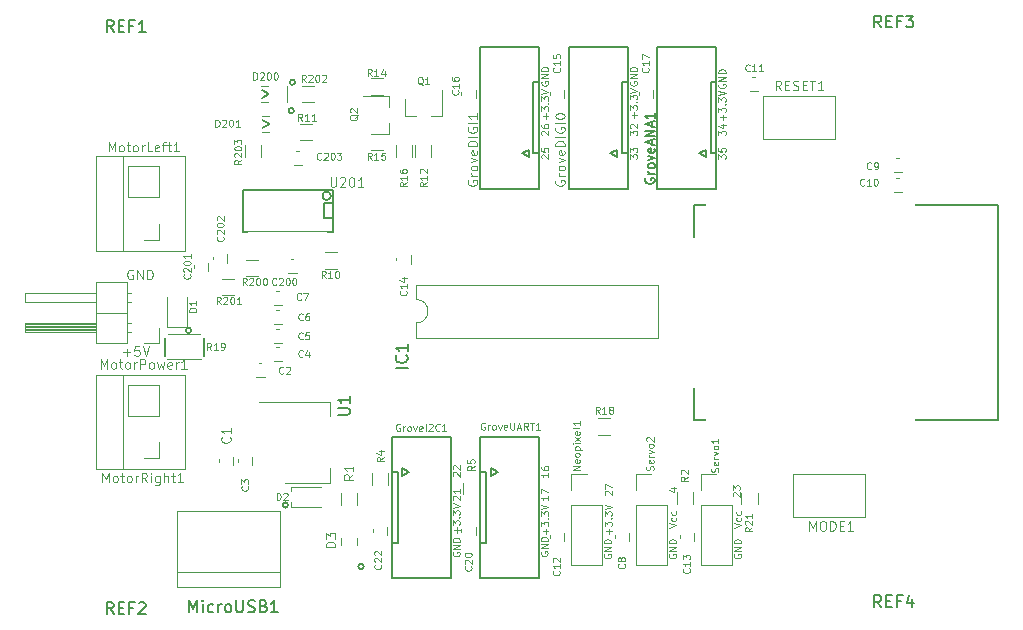
<source format=gto>
G04 #@! TF.FileFunction,Legend,Top*
%FSLAX46Y46*%
G04 Gerber Fmt 4.6, Leading zero omitted, Abs format (unit mm)*
G04 Created by KiCad (PCBNEW 4.0.7) date 06/10/18 23:59:59*
%MOMM*%
%LPD*%
G01*
G04 APERTURE LIST*
%ADD10C,0.100000*%
%ADD11C,0.200000*%
%ADD12C,0.150000*%
%ADD13C,0.120000*%
%ADD14C,0.203200*%
%ADD15C,0.127000*%
%ADD16R,1.150000X1.200000*%
%ADD17R,1.299160X1.898600*%
%ADD18R,1.898600X1.299160*%
%ADD19R,4.400000X4.400000*%
%ADD20C,3.600000*%
%ADD21R,1.750000X1.750000*%
%ADD22C,1.750000*%
%ADD23R,2.100000X2.100000*%
%ADD24O,2.100000X2.100000*%
%ADD25R,2.000000X2.800000*%
%ADD26O,2.000000X2.800000*%
%ADD27R,2.580000X2.000000*%
%ADD28R,1.200000X1.150000*%
%ADD29R,1.000000X0.850000*%
%ADD30R,1.200000X1.300000*%
%ADD31R,1.300000X1.200000*%
%ADD32R,1.300000X0.900000*%
%ADD33R,0.900000X1.300000*%
%ADD34R,0.800000X1.750000*%
%ADD35O,1.650000X1.350000*%
%ADD36O,1.400000X1.950000*%
%ADD37R,0.850000X1.000000*%
%ADD38R,1.600000X1.600000*%
%ADD39R,2.400000X4.200000*%
%ADD40R,2.400000X1.900000*%
%ADD41R,0.806400X1.670000*%
%ADD42R,1.568400X2.000200*%
G04 APERTURE END LIST*
D10*
X152700000Y-83157142D02*
X152671429Y-83214285D01*
X152671429Y-83299999D01*
X152700000Y-83385714D01*
X152757143Y-83442856D01*
X152814286Y-83471428D01*
X152928571Y-83499999D01*
X153014286Y-83499999D01*
X153128571Y-83471428D01*
X153185714Y-83442856D01*
X153242857Y-83385714D01*
X153271429Y-83299999D01*
X153271429Y-83242856D01*
X153242857Y-83157142D01*
X153214286Y-83128571D01*
X153014286Y-83128571D01*
X153014286Y-83242856D01*
X153271429Y-82871428D02*
X152671429Y-82871428D01*
X153271429Y-82528571D01*
X152671429Y-82528571D01*
X153271429Y-82242857D02*
X152671429Y-82242857D01*
X152671429Y-82100000D01*
X152700000Y-82014285D01*
X152757143Y-81957143D01*
X152814286Y-81928571D01*
X152928571Y-81900000D01*
X153014286Y-81900000D01*
X153128571Y-81928571D01*
X153185714Y-81957143D01*
X153242857Y-82014285D01*
X153271429Y-82100000D01*
X153271429Y-82242857D01*
X153042857Y-86200000D02*
X153042857Y-85742857D01*
X153271429Y-85971428D02*
X152814286Y-85971428D01*
X152671429Y-85514286D02*
X152671429Y-85142857D01*
X152900000Y-85342857D01*
X152900000Y-85257143D01*
X152928571Y-85200000D01*
X152957143Y-85171429D01*
X153014286Y-85142857D01*
X153157143Y-85142857D01*
X153214286Y-85171429D01*
X153242857Y-85200000D01*
X153271429Y-85257143D01*
X153271429Y-85428571D01*
X153242857Y-85485714D01*
X153214286Y-85514286D01*
X153214286Y-84885714D02*
X153242857Y-84857142D01*
X153271429Y-84885714D01*
X153242857Y-84914285D01*
X153214286Y-84885714D01*
X153271429Y-84885714D01*
X152671429Y-84657143D02*
X152671429Y-84285714D01*
X152900000Y-84485714D01*
X152900000Y-84400000D01*
X152928571Y-84342857D01*
X152957143Y-84314286D01*
X153014286Y-84285714D01*
X153157143Y-84285714D01*
X153214286Y-84314286D01*
X153242857Y-84342857D01*
X153271429Y-84400000D01*
X153271429Y-84571428D01*
X153242857Y-84628571D01*
X153214286Y-84657143D01*
X152671429Y-84114285D02*
X153271429Y-83914285D01*
X152671429Y-83714285D01*
X145200000Y-82957142D02*
X145171429Y-83014285D01*
X145171429Y-83099999D01*
X145200000Y-83185714D01*
X145257143Y-83242856D01*
X145314286Y-83271428D01*
X145428571Y-83299999D01*
X145514286Y-83299999D01*
X145628571Y-83271428D01*
X145685714Y-83242856D01*
X145742857Y-83185714D01*
X145771429Y-83099999D01*
X145771429Y-83042856D01*
X145742857Y-82957142D01*
X145714286Y-82928571D01*
X145514286Y-82928571D01*
X145514286Y-83042856D01*
X145771429Y-82671428D02*
X145171429Y-82671428D01*
X145771429Y-82328571D01*
X145171429Y-82328571D01*
X145771429Y-82042857D02*
X145171429Y-82042857D01*
X145171429Y-81900000D01*
X145200000Y-81814285D01*
X145257143Y-81757143D01*
X145314286Y-81728571D01*
X145428571Y-81700000D01*
X145514286Y-81700000D01*
X145628571Y-81728571D01*
X145685714Y-81757143D01*
X145742857Y-81814285D01*
X145771429Y-81900000D01*
X145771429Y-82042857D01*
X145542857Y-86000000D02*
X145542857Y-85542857D01*
X145771429Y-85771428D02*
X145314286Y-85771428D01*
X145171429Y-85314286D02*
X145171429Y-84942857D01*
X145400000Y-85142857D01*
X145400000Y-85057143D01*
X145428571Y-85000000D01*
X145457143Y-84971429D01*
X145514286Y-84942857D01*
X145657143Y-84942857D01*
X145714286Y-84971429D01*
X145742857Y-85000000D01*
X145771429Y-85057143D01*
X145771429Y-85228571D01*
X145742857Y-85285714D01*
X145714286Y-85314286D01*
X145714286Y-84685714D02*
X145742857Y-84657142D01*
X145771429Y-84685714D01*
X145742857Y-84714285D01*
X145714286Y-84685714D01*
X145771429Y-84685714D01*
X145171429Y-84457143D02*
X145171429Y-84085714D01*
X145400000Y-84285714D01*
X145400000Y-84200000D01*
X145428571Y-84142857D01*
X145457143Y-84114286D01*
X145514286Y-84085714D01*
X145657143Y-84085714D01*
X145714286Y-84114286D01*
X145742857Y-84142857D01*
X145771429Y-84200000D01*
X145771429Y-84371428D01*
X145742857Y-84428571D01*
X145714286Y-84457143D01*
X145171429Y-83914285D02*
X145771429Y-83714285D01*
X145171429Y-83514285D01*
X137700000Y-82957142D02*
X137671429Y-83014285D01*
X137671429Y-83099999D01*
X137700000Y-83185714D01*
X137757143Y-83242856D01*
X137814286Y-83271428D01*
X137928571Y-83299999D01*
X138014286Y-83299999D01*
X138128571Y-83271428D01*
X138185714Y-83242856D01*
X138242857Y-83185714D01*
X138271429Y-83099999D01*
X138271429Y-83042856D01*
X138242857Y-82957142D01*
X138214286Y-82928571D01*
X138014286Y-82928571D01*
X138014286Y-83042856D01*
X138271429Y-82671428D02*
X137671429Y-82671428D01*
X138271429Y-82328571D01*
X137671429Y-82328571D01*
X138271429Y-82042857D02*
X137671429Y-82042857D01*
X137671429Y-81900000D01*
X137700000Y-81814285D01*
X137757143Y-81757143D01*
X137814286Y-81728571D01*
X137928571Y-81700000D01*
X138014286Y-81700000D01*
X138128571Y-81728571D01*
X138185714Y-81757143D01*
X138242857Y-81814285D01*
X138271429Y-81900000D01*
X138271429Y-82042857D01*
X138042857Y-86100000D02*
X138042857Y-85642857D01*
X138271429Y-85871428D02*
X137814286Y-85871428D01*
X137671429Y-85414286D02*
X137671429Y-85042857D01*
X137900000Y-85242857D01*
X137900000Y-85157143D01*
X137928571Y-85100000D01*
X137957143Y-85071429D01*
X138014286Y-85042857D01*
X138157143Y-85042857D01*
X138214286Y-85071429D01*
X138242857Y-85100000D01*
X138271429Y-85157143D01*
X138271429Y-85328571D01*
X138242857Y-85385714D01*
X138214286Y-85414286D01*
X138214286Y-84785714D02*
X138242857Y-84757142D01*
X138271429Y-84785714D01*
X138242857Y-84814285D01*
X138214286Y-84785714D01*
X138271429Y-84785714D01*
X137671429Y-84557143D02*
X137671429Y-84185714D01*
X137900000Y-84385714D01*
X137900000Y-84300000D01*
X137928571Y-84242857D01*
X137957143Y-84214286D01*
X138014286Y-84185714D01*
X138157143Y-84185714D01*
X138214286Y-84214286D01*
X138242857Y-84242857D01*
X138271429Y-84300000D01*
X138271429Y-84471428D01*
X138242857Y-84528571D01*
X138214286Y-84557143D01*
X137671429Y-84014285D02*
X138271429Y-83814285D01*
X137671429Y-83614285D01*
D11*
X116823607Y-83000000D02*
G75*
G03X116823607Y-83000000I-223607J0D01*
G01*
X116723607Y-85400000D02*
G75*
G03X116723607Y-85400000I-223607J0D01*
G01*
D10*
X103090477Y-98900000D02*
X103014286Y-98861905D01*
X102900001Y-98861905D01*
X102785715Y-98900000D01*
X102709524Y-98976190D01*
X102671429Y-99052381D01*
X102633334Y-99204762D01*
X102633334Y-99319048D01*
X102671429Y-99471429D01*
X102709524Y-99547619D01*
X102785715Y-99623810D01*
X102900001Y-99661905D01*
X102976191Y-99661905D01*
X103090477Y-99623810D01*
X103128572Y-99585714D01*
X103128572Y-99319048D01*
X102976191Y-99319048D01*
X103471429Y-99661905D02*
X103471429Y-98861905D01*
X103928572Y-99661905D01*
X103928572Y-98861905D01*
X104309524Y-99661905D02*
X104309524Y-98861905D01*
X104500000Y-98861905D01*
X104614286Y-98900000D01*
X104690477Y-98976190D01*
X104728572Y-99052381D01*
X104766667Y-99204762D01*
X104766667Y-99319048D01*
X104728572Y-99471429D01*
X104690477Y-99547619D01*
X104614286Y-99623810D01*
X104500000Y-99661905D01*
X104309524Y-99661905D01*
X130200000Y-122807142D02*
X130171429Y-122864285D01*
X130171429Y-122949999D01*
X130200000Y-123035714D01*
X130257143Y-123092856D01*
X130314286Y-123121428D01*
X130428571Y-123149999D01*
X130514286Y-123149999D01*
X130628571Y-123121428D01*
X130685714Y-123092856D01*
X130742857Y-123035714D01*
X130771429Y-122949999D01*
X130771429Y-122892856D01*
X130742857Y-122807142D01*
X130714286Y-122778571D01*
X130514286Y-122778571D01*
X130514286Y-122892856D01*
X130771429Y-122521428D02*
X130171429Y-122521428D01*
X130771429Y-122178571D01*
X130171429Y-122178571D01*
X130771429Y-121892857D02*
X130171429Y-121892857D01*
X130171429Y-121750000D01*
X130200000Y-121664285D01*
X130257143Y-121607143D01*
X130314286Y-121578571D01*
X130428571Y-121550000D01*
X130514286Y-121550000D01*
X130628571Y-121578571D01*
X130685714Y-121607143D01*
X130742857Y-121664285D01*
X130771429Y-121750000D01*
X130771429Y-121892857D01*
X130542857Y-121150000D02*
X130542857Y-120692857D01*
X130771429Y-120921428D02*
X130314286Y-120921428D01*
X130171429Y-120464286D02*
X130171429Y-120092857D01*
X130400000Y-120292857D01*
X130400000Y-120207143D01*
X130428571Y-120150000D01*
X130457143Y-120121429D01*
X130514286Y-120092857D01*
X130657143Y-120092857D01*
X130714286Y-120121429D01*
X130742857Y-120150000D01*
X130771429Y-120207143D01*
X130771429Y-120378571D01*
X130742857Y-120435714D01*
X130714286Y-120464286D01*
X130714286Y-119835714D02*
X130742857Y-119807142D01*
X130771429Y-119835714D01*
X130742857Y-119864285D01*
X130714286Y-119835714D01*
X130771429Y-119835714D01*
X130171429Y-119607143D02*
X130171429Y-119235714D01*
X130400000Y-119435714D01*
X130400000Y-119350000D01*
X130428571Y-119292857D01*
X130457143Y-119264286D01*
X130514286Y-119235714D01*
X130657143Y-119235714D01*
X130714286Y-119264286D01*
X130742857Y-119292857D01*
X130771429Y-119350000D01*
X130771429Y-119521428D01*
X130742857Y-119578571D01*
X130714286Y-119607143D01*
X130171429Y-119064285D02*
X130771429Y-118864285D01*
X130171429Y-118664285D01*
X137650000Y-122757142D02*
X137621429Y-122814285D01*
X137621429Y-122899999D01*
X137650000Y-122985714D01*
X137707143Y-123042856D01*
X137764286Y-123071428D01*
X137878571Y-123099999D01*
X137964286Y-123099999D01*
X138078571Y-123071428D01*
X138135714Y-123042856D01*
X138192857Y-122985714D01*
X138221429Y-122899999D01*
X138221429Y-122842856D01*
X138192857Y-122757142D01*
X138164286Y-122728571D01*
X137964286Y-122728571D01*
X137964286Y-122842856D01*
X138221429Y-122471428D02*
X137621429Y-122471428D01*
X138221429Y-122128571D01*
X137621429Y-122128571D01*
X138221429Y-121842857D02*
X137621429Y-121842857D01*
X137621429Y-121700000D01*
X137650000Y-121614285D01*
X137707143Y-121557143D01*
X137764286Y-121528571D01*
X137878571Y-121500000D01*
X137964286Y-121500000D01*
X138078571Y-121528571D01*
X138135714Y-121557143D01*
X138192857Y-121614285D01*
X138221429Y-121700000D01*
X138221429Y-121842857D01*
X138042857Y-121250000D02*
X138042857Y-120792857D01*
X138271429Y-121021428D02*
X137814286Y-121021428D01*
X137671429Y-120564286D02*
X137671429Y-120192857D01*
X137900000Y-120392857D01*
X137900000Y-120307143D01*
X137928571Y-120250000D01*
X137957143Y-120221429D01*
X138014286Y-120192857D01*
X138157143Y-120192857D01*
X138214286Y-120221429D01*
X138242857Y-120250000D01*
X138271429Y-120307143D01*
X138271429Y-120478571D01*
X138242857Y-120535714D01*
X138214286Y-120564286D01*
X138214286Y-119935714D02*
X138242857Y-119907142D01*
X138271429Y-119935714D01*
X138242857Y-119964285D01*
X138214286Y-119935714D01*
X138271429Y-119935714D01*
X137671429Y-119707143D02*
X137671429Y-119335714D01*
X137900000Y-119535714D01*
X137900000Y-119450000D01*
X137928571Y-119392857D01*
X137957143Y-119364286D01*
X138014286Y-119335714D01*
X138157143Y-119335714D01*
X138214286Y-119364286D01*
X138242857Y-119392857D01*
X138271429Y-119450000D01*
X138271429Y-119621428D01*
X138242857Y-119678571D01*
X138214286Y-119707143D01*
X137671429Y-119164285D02*
X138271429Y-118964285D01*
X137671429Y-118764285D01*
D11*
X122623607Y-124000000D02*
G75*
G03X122623607Y-124000000I-223607J0D01*
G01*
X108023607Y-104000000D02*
G75*
G03X108023607Y-104000000I-223607J0D01*
G01*
X116223607Y-118800000D02*
G75*
G03X116223607Y-118800000I-223607J0D01*
G01*
D10*
X148471429Y-120714286D02*
X149071429Y-120514286D01*
X148471429Y-120314286D01*
X149042857Y-119857143D02*
X149071429Y-119914286D01*
X149071429Y-120028572D01*
X149042857Y-120085714D01*
X149014286Y-120114286D01*
X148957143Y-120142857D01*
X148785714Y-120142857D01*
X148728571Y-120114286D01*
X148700000Y-120085714D01*
X148671429Y-120028572D01*
X148671429Y-119914286D01*
X148700000Y-119857143D01*
X149042857Y-119342857D02*
X149071429Y-119400000D01*
X149071429Y-119514286D01*
X149042857Y-119571428D01*
X149014286Y-119600000D01*
X148957143Y-119628571D01*
X148785714Y-119628571D01*
X148728571Y-119600000D01*
X148700000Y-119571428D01*
X148671429Y-119514286D01*
X148671429Y-119400000D01*
X148700000Y-119342857D01*
X148500000Y-122957142D02*
X148471429Y-123014285D01*
X148471429Y-123099999D01*
X148500000Y-123185714D01*
X148557143Y-123242856D01*
X148614286Y-123271428D01*
X148728571Y-123299999D01*
X148814286Y-123299999D01*
X148928571Y-123271428D01*
X148985714Y-123242856D01*
X149042857Y-123185714D01*
X149071429Y-123099999D01*
X149071429Y-123042856D01*
X149042857Y-122957142D01*
X149014286Y-122928571D01*
X148814286Y-122928571D01*
X148814286Y-123042856D01*
X149071429Y-122671428D02*
X148471429Y-122671428D01*
X149071429Y-122328571D01*
X148471429Y-122328571D01*
X149071429Y-122042857D02*
X148471429Y-122042857D01*
X148471429Y-121900000D01*
X148500000Y-121814285D01*
X148557143Y-121757143D01*
X148614286Y-121728571D01*
X148728571Y-121700000D01*
X148814286Y-121700000D01*
X148928571Y-121728571D01*
X148985714Y-121757143D01*
X149042857Y-121814285D01*
X149071429Y-121900000D01*
X149071429Y-122042857D01*
D12*
X114058738Y-86166357D02*
X114668262Y-86509214D01*
X114058738Y-86852071D01*
X113995238Y-83626357D02*
X114604762Y-83969214D01*
X113995238Y-84312071D01*
D10*
X152671429Y-89485715D02*
X152671429Y-89114286D01*
X152900000Y-89314286D01*
X152900000Y-89228572D01*
X152928571Y-89171429D01*
X152957143Y-89142858D01*
X153014286Y-89114286D01*
X153157143Y-89114286D01*
X153214286Y-89142858D01*
X153242857Y-89171429D01*
X153271429Y-89228572D01*
X153271429Y-89400000D01*
X153242857Y-89457143D01*
X153214286Y-89485715D01*
X152671429Y-88571429D02*
X152671429Y-88857143D01*
X152957143Y-88885714D01*
X152928571Y-88857143D01*
X152900000Y-88800000D01*
X152900000Y-88657143D01*
X152928571Y-88600000D01*
X152957143Y-88571429D01*
X153014286Y-88542857D01*
X153157143Y-88542857D01*
X153214286Y-88571429D01*
X153242857Y-88600000D01*
X153271429Y-88657143D01*
X153271429Y-88800000D01*
X153242857Y-88857143D01*
X153214286Y-88885714D01*
X152671429Y-87485715D02*
X152671429Y-87114286D01*
X152900000Y-87314286D01*
X152900000Y-87228572D01*
X152928571Y-87171429D01*
X152957143Y-87142858D01*
X153014286Y-87114286D01*
X153157143Y-87114286D01*
X153214286Y-87142858D01*
X153242857Y-87171429D01*
X153271429Y-87228572D01*
X153271429Y-87400000D01*
X153242857Y-87457143D01*
X153214286Y-87485715D01*
X152871429Y-86600000D02*
X153271429Y-86600000D01*
X152642857Y-86742857D02*
X153071429Y-86885714D01*
X153071429Y-86514286D01*
X145171429Y-87485715D02*
X145171429Y-87114286D01*
X145400000Y-87314286D01*
X145400000Y-87228572D01*
X145428571Y-87171429D01*
X145457143Y-87142858D01*
X145514286Y-87114286D01*
X145657143Y-87114286D01*
X145714286Y-87142858D01*
X145742857Y-87171429D01*
X145771429Y-87228572D01*
X145771429Y-87400000D01*
X145742857Y-87457143D01*
X145714286Y-87485715D01*
X145228571Y-86885714D02*
X145200000Y-86857143D01*
X145171429Y-86800000D01*
X145171429Y-86657143D01*
X145200000Y-86600000D01*
X145228571Y-86571429D01*
X145285714Y-86542857D01*
X145342857Y-86542857D01*
X145428571Y-86571429D01*
X145771429Y-86914286D01*
X145771429Y-86542857D01*
X145171429Y-89485715D02*
X145171429Y-89114286D01*
X145400000Y-89314286D01*
X145400000Y-89228572D01*
X145428571Y-89171429D01*
X145457143Y-89142858D01*
X145514286Y-89114286D01*
X145657143Y-89114286D01*
X145714286Y-89142858D01*
X145742857Y-89171429D01*
X145771429Y-89228572D01*
X145771429Y-89400000D01*
X145742857Y-89457143D01*
X145714286Y-89485715D01*
X145171429Y-88914286D02*
X145171429Y-88542857D01*
X145400000Y-88742857D01*
X145400000Y-88657143D01*
X145428571Y-88600000D01*
X145457143Y-88571429D01*
X145514286Y-88542857D01*
X145657143Y-88542857D01*
X145714286Y-88571429D01*
X145742857Y-88600000D01*
X145771429Y-88657143D01*
X145771429Y-88828571D01*
X145742857Y-88885714D01*
X145714286Y-88914286D01*
X137728571Y-87457143D02*
X137700000Y-87428572D01*
X137671429Y-87371429D01*
X137671429Y-87228572D01*
X137700000Y-87171429D01*
X137728571Y-87142858D01*
X137785714Y-87114286D01*
X137842857Y-87114286D01*
X137928571Y-87142858D01*
X138271429Y-87485715D01*
X138271429Y-87114286D01*
X137671429Y-86600000D02*
X137671429Y-86714286D01*
X137700000Y-86771429D01*
X137728571Y-86800000D01*
X137814286Y-86857143D01*
X137928571Y-86885714D01*
X138157143Y-86885714D01*
X138214286Y-86857143D01*
X138242857Y-86828571D01*
X138271429Y-86771429D01*
X138271429Y-86657143D01*
X138242857Y-86600000D01*
X138214286Y-86571429D01*
X138157143Y-86542857D01*
X138014286Y-86542857D01*
X137957143Y-86571429D01*
X137928571Y-86600000D01*
X137900000Y-86657143D01*
X137900000Y-86771429D01*
X137928571Y-86828571D01*
X137957143Y-86857143D01*
X138014286Y-86885714D01*
X137728571Y-89457143D02*
X137700000Y-89428572D01*
X137671429Y-89371429D01*
X137671429Y-89228572D01*
X137700000Y-89171429D01*
X137728571Y-89142858D01*
X137785714Y-89114286D01*
X137842857Y-89114286D01*
X137928571Y-89142858D01*
X138271429Y-89485715D01*
X138271429Y-89114286D01*
X137671429Y-88571429D02*
X137671429Y-88857143D01*
X137957143Y-88885714D01*
X137928571Y-88857143D01*
X137900000Y-88800000D01*
X137900000Y-88657143D01*
X137928571Y-88600000D01*
X137957143Y-88571429D01*
X138014286Y-88542857D01*
X138157143Y-88542857D01*
X138214286Y-88571429D01*
X138242857Y-88600000D01*
X138271429Y-88657143D01*
X138271429Y-88800000D01*
X138242857Y-88857143D01*
X138214286Y-88885714D01*
X102271429Y-105857143D02*
X102880953Y-105857143D01*
X102576191Y-106161905D02*
X102576191Y-105552381D01*
X103642858Y-105361905D02*
X103261905Y-105361905D01*
X103223810Y-105742857D01*
X103261905Y-105704762D01*
X103338096Y-105666667D01*
X103528572Y-105666667D01*
X103604762Y-105704762D01*
X103642858Y-105742857D01*
X103680953Y-105819048D01*
X103680953Y-106009524D01*
X103642858Y-106085714D01*
X103604762Y-106123810D01*
X103528572Y-106161905D01*
X103338096Y-106161905D01*
X103261905Y-106123810D01*
X103223810Y-106085714D01*
X103909524Y-105361905D02*
X104176191Y-106161905D01*
X104442858Y-105361905D01*
X130228571Y-116357143D02*
X130200000Y-116328572D01*
X130171429Y-116271429D01*
X130171429Y-116128572D01*
X130200000Y-116071429D01*
X130228571Y-116042858D01*
X130285714Y-116014286D01*
X130342857Y-116014286D01*
X130428571Y-116042858D01*
X130771429Y-116385715D01*
X130771429Y-116014286D01*
X130228571Y-115785714D02*
X130200000Y-115757143D01*
X130171429Y-115700000D01*
X130171429Y-115557143D01*
X130200000Y-115500000D01*
X130228571Y-115471429D01*
X130285714Y-115442857D01*
X130342857Y-115442857D01*
X130428571Y-115471429D01*
X130771429Y-115814286D01*
X130771429Y-115442857D01*
X130228571Y-118357143D02*
X130200000Y-118328572D01*
X130171429Y-118271429D01*
X130171429Y-118128572D01*
X130200000Y-118071429D01*
X130228571Y-118042858D01*
X130285714Y-118014286D01*
X130342857Y-118014286D01*
X130428571Y-118042858D01*
X130771429Y-118385715D01*
X130771429Y-118014286D01*
X130771429Y-117442857D02*
X130771429Y-117785714D01*
X130771429Y-117614286D02*
X130171429Y-117614286D01*
X130257143Y-117671429D01*
X130314286Y-117728571D01*
X130342857Y-117785714D01*
X138271429Y-116064286D02*
X138271429Y-116407143D01*
X138271429Y-116235715D02*
X137671429Y-116235715D01*
X137757143Y-116292858D01*
X137814286Y-116350000D01*
X137842857Y-116407143D01*
X137671429Y-115550000D02*
X137671429Y-115664286D01*
X137700000Y-115721429D01*
X137728571Y-115750000D01*
X137814286Y-115807143D01*
X137928571Y-115835714D01*
X138157143Y-115835714D01*
X138214286Y-115807143D01*
X138242857Y-115778571D01*
X138271429Y-115721429D01*
X138271429Y-115607143D01*
X138242857Y-115550000D01*
X138214286Y-115521429D01*
X138157143Y-115492857D01*
X138014286Y-115492857D01*
X137957143Y-115521429D01*
X137928571Y-115550000D01*
X137900000Y-115607143D01*
X137900000Y-115721429D01*
X137928571Y-115778571D01*
X137957143Y-115807143D01*
X138014286Y-115835714D01*
X138271429Y-118014286D02*
X138271429Y-118357143D01*
X138271429Y-118185715D02*
X137671429Y-118185715D01*
X137757143Y-118242858D01*
X137814286Y-118300000D01*
X137842857Y-118357143D01*
X137671429Y-117814286D02*
X137671429Y-117414286D01*
X138271429Y-117671429D01*
X148671429Y-117385714D02*
X149071429Y-117385714D01*
X148442857Y-117528571D02*
X148871429Y-117671428D01*
X148871429Y-117300000D01*
X143392857Y-121250000D02*
X143392857Y-120792857D01*
X143621429Y-121021428D02*
X143164286Y-121021428D01*
X143021429Y-120564286D02*
X143021429Y-120192857D01*
X143250000Y-120392857D01*
X143250000Y-120307143D01*
X143278571Y-120250000D01*
X143307143Y-120221429D01*
X143364286Y-120192857D01*
X143507143Y-120192857D01*
X143564286Y-120221429D01*
X143592857Y-120250000D01*
X143621429Y-120307143D01*
X143621429Y-120478571D01*
X143592857Y-120535714D01*
X143564286Y-120564286D01*
X143564286Y-119935714D02*
X143592857Y-119907142D01*
X143621429Y-119935714D01*
X143592857Y-119964285D01*
X143564286Y-119935714D01*
X143621429Y-119935714D01*
X143021429Y-119707143D02*
X143021429Y-119335714D01*
X143250000Y-119535714D01*
X143250000Y-119450000D01*
X143278571Y-119392857D01*
X143307143Y-119364286D01*
X143364286Y-119335714D01*
X143507143Y-119335714D01*
X143564286Y-119364286D01*
X143592857Y-119392857D01*
X143621429Y-119450000D01*
X143621429Y-119621428D01*
X143592857Y-119678571D01*
X143564286Y-119707143D01*
X143021429Y-119164285D02*
X143621429Y-118964285D01*
X143021429Y-118764285D01*
X143000000Y-122957142D02*
X142971429Y-123014285D01*
X142971429Y-123099999D01*
X143000000Y-123185714D01*
X143057143Y-123242856D01*
X143114286Y-123271428D01*
X143228571Y-123299999D01*
X143314286Y-123299999D01*
X143428571Y-123271428D01*
X143485714Y-123242856D01*
X143542857Y-123185714D01*
X143571429Y-123099999D01*
X143571429Y-123042856D01*
X143542857Y-122957142D01*
X143514286Y-122928571D01*
X143314286Y-122928571D01*
X143314286Y-123042856D01*
X143571429Y-122671428D02*
X142971429Y-122671428D01*
X143571429Y-122328571D01*
X142971429Y-122328571D01*
X143571429Y-122042857D02*
X142971429Y-122042857D01*
X142971429Y-121900000D01*
X143000000Y-121814285D01*
X143057143Y-121757143D01*
X143114286Y-121728571D01*
X143228571Y-121700000D01*
X143314286Y-121700000D01*
X143428571Y-121728571D01*
X143485714Y-121757143D01*
X143542857Y-121814285D01*
X143571429Y-121900000D01*
X143571429Y-122042857D01*
X143078571Y-117957143D02*
X143050000Y-117928572D01*
X143021429Y-117871429D01*
X143021429Y-117728572D01*
X143050000Y-117671429D01*
X143078571Y-117642858D01*
X143135714Y-117614286D01*
X143192857Y-117614286D01*
X143278571Y-117642858D01*
X143621429Y-117985715D01*
X143621429Y-117614286D01*
X143021429Y-117414286D02*
X143021429Y-117014286D01*
X143621429Y-117271429D01*
X154000000Y-122957142D02*
X153971429Y-123014285D01*
X153971429Y-123099999D01*
X154000000Y-123185714D01*
X154057143Y-123242856D01*
X154114286Y-123271428D01*
X154228571Y-123299999D01*
X154314286Y-123299999D01*
X154428571Y-123271428D01*
X154485714Y-123242856D01*
X154542857Y-123185714D01*
X154571429Y-123099999D01*
X154571429Y-123042856D01*
X154542857Y-122957142D01*
X154514286Y-122928571D01*
X154314286Y-122928571D01*
X154314286Y-123042856D01*
X154571429Y-122671428D02*
X153971429Y-122671428D01*
X154571429Y-122328571D01*
X153971429Y-122328571D01*
X154571429Y-122042857D02*
X153971429Y-122042857D01*
X153971429Y-121900000D01*
X154000000Y-121814285D01*
X154057143Y-121757143D01*
X154114286Y-121728571D01*
X154228571Y-121700000D01*
X154314286Y-121700000D01*
X154428571Y-121728571D01*
X154485714Y-121757143D01*
X154542857Y-121814285D01*
X154571429Y-121900000D01*
X154571429Y-122042857D01*
X153971429Y-120714286D02*
X154571429Y-120514286D01*
X153971429Y-120314286D01*
X154542857Y-119857143D02*
X154571429Y-119914286D01*
X154571429Y-120028572D01*
X154542857Y-120085714D01*
X154514286Y-120114286D01*
X154457143Y-120142857D01*
X154285714Y-120142857D01*
X154228571Y-120114286D01*
X154200000Y-120085714D01*
X154171429Y-120028572D01*
X154171429Y-119914286D01*
X154200000Y-119857143D01*
X154542857Y-119342857D02*
X154571429Y-119400000D01*
X154571429Y-119514286D01*
X154542857Y-119571428D01*
X154514286Y-119600000D01*
X154457143Y-119628571D01*
X154285714Y-119628571D01*
X154228571Y-119600000D01*
X154200000Y-119571428D01*
X154171429Y-119514286D01*
X154171429Y-119400000D01*
X154200000Y-119342857D01*
X153928571Y-118057143D02*
X153900000Y-118028572D01*
X153871429Y-117971429D01*
X153871429Y-117828572D01*
X153900000Y-117771429D01*
X153928571Y-117742858D01*
X153985714Y-117714286D01*
X154042857Y-117714286D01*
X154128571Y-117742858D01*
X154471429Y-118085715D01*
X154471429Y-117714286D01*
X153871429Y-117514286D02*
X153871429Y-117142857D01*
X154100000Y-117342857D01*
X154100000Y-117257143D01*
X154128571Y-117200000D01*
X154157143Y-117171429D01*
X154214286Y-117142857D01*
X154357143Y-117142857D01*
X154414286Y-117171429D01*
X154442857Y-117200000D01*
X154471429Y-117257143D01*
X154471429Y-117428571D01*
X154442857Y-117485714D01*
X154414286Y-117514286D01*
D13*
X132100000Y-83650000D02*
X132100000Y-84350000D01*
X130900000Y-84350000D02*
X130900000Y-83650000D01*
D14*
X150573300Y-96150000D02*
X150573300Y-93373780D01*
X150573300Y-93373780D02*
X151602000Y-93373780D01*
X150573300Y-108850000D02*
X150573300Y-111626220D01*
X150573300Y-111626220D02*
X151602000Y-111626220D01*
X169310880Y-93373780D02*
X176326360Y-93373780D01*
X169310880Y-111626220D02*
X176326360Y-111626220D01*
X176326360Y-93373780D02*
X176326360Y-111626220D01*
D12*
X132500000Y-116000000D02*
X133000000Y-116000000D01*
X133000000Y-116000000D02*
X133000000Y-122000000D01*
X133000000Y-122000000D02*
X132500000Y-122000000D01*
X137500000Y-113000000D02*
X132500000Y-113000000D01*
X132500000Y-113000000D02*
X132500000Y-125000000D01*
X132500000Y-125000000D02*
X137500000Y-125000000D01*
X137500000Y-125000000D02*
X137500000Y-113000000D01*
X133988000Y-116000000D02*
X133388000Y-115700000D01*
X133388000Y-115700000D02*
X133388000Y-116300000D01*
X133388000Y-116300000D02*
X133988000Y-116000000D01*
X125000000Y-116000000D02*
X125500000Y-116000000D01*
X125500000Y-116000000D02*
X125500000Y-122000000D01*
X125500000Y-122000000D02*
X125000000Y-122000000D01*
X130000000Y-113000000D02*
X125000000Y-113000000D01*
X125000000Y-113000000D02*
X125000000Y-125000000D01*
X125000000Y-125000000D02*
X130000000Y-125000000D01*
X130000000Y-125000000D02*
X130000000Y-113000000D01*
X126488000Y-116000000D02*
X125888000Y-115700000D01*
X125888000Y-115700000D02*
X125888000Y-116300000D01*
X125888000Y-116300000D02*
X126488000Y-116000000D01*
D13*
X102624000Y-105121000D02*
X102624000Y-99921000D01*
X102624000Y-99921000D02*
X99964000Y-99921000D01*
X99964000Y-99921000D02*
X99964000Y-105121000D01*
X99964000Y-105121000D02*
X102624000Y-105121000D01*
X99964000Y-104171000D02*
X93964000Y-104171000D01*
X93964000Y-104171000D02*
X93964000Y-103411000D01*
X93964000Y-103411000D02*
X99964000Y-103411000D01*
X99964000Y-104111000D02*
X93964000Y-104111000D01*
X99964000Y-103991000D02*
X93964000Y-103991000D01*
X99964000Y-103871000D02*
X93964000Y-103871000D01*
X99964000Y-103751000D02*
X93964000Y-103751000D01*
X99964000Y-103631000D02*
X93964000Y-103631000D01*
X99964000Y-103511000D02*
X93964000Y-103511000D01*
X102954000Y-104171000D02*
X102624000Y-104171000D01*
X102954000Y-103411000D02*
X102624000Y-103411000D01*
X102624000Y-102521000D02*
X99964000Y-102521000D01*
X99964000Y-101631000D02*
X93964000Y-101631000D01*
X93964000Y-101631000D02*
X93964000Y-100871000D01*
X93964000Y-100871000D02*
X99964000Y-100871000D01*
X103021071Y-101631000D02*
X102624000Y-101631000D01*
X103021071Y-100871000D02*
X102624000Y-100871000D01*
X105334000Y-103791000D02*
X105334000Y-105061000D01*
X105334000Y-105061000D02*
X104064000Y-105061000D01*
X127070000Y-101390000D02*
G75*
G02X127070000Y-103390000I0J-1000000D01*
G01*
X127070000Y-103390000D02*
X127070000Y-104640000D01*
X127070000Y-104640000D02*
X147510000Y-104640000D01*
X147510000Y-104640000D02*
X147510000Y-100140000D01*
X147510000Y-100140000D02*
X127070000Y-100140000D01*
X127070000Y-100140000D02*
X127070000Y-101390000D01*
X151170000Y-123910000D02*
X153830000Y-123910000D01*
X151170000Y-118770000D02*
X151170000Y-123910000D01*
X153830000Y-118770000D02*
X153830000Y-123910000D01*
X151170000Y-118770000D02*
X153830000Y-118770000D01*
X151170000Y-117500000D02*
X151170000Y-116170000D01*
X151170000Y-116170000D02*
X152500000Y-116170000D01*
X140170000Y-123910000D02*
X142830000Y-123910000D01*
X140170000Y-118770000D02*
X140170000Y-123910000D01*
X142830000Y-118770000D02*
X142830000Y-123910000D01*
X140170000Y-118770000D02*
X142830000Y-118770000D01*
X140170000Y-117500000D02*
X140170000Y-116170000D01*
X140170000Y-116170000D02*
X141500000Y-116170000D01*
X156440000Y-84190000D02*
X162560000Y-84190000D01*
X162560000Y-84190000D02*
X162560000Y-87810000D01*
X162560000Y-87810000D02*
X156440000Y-87810000D01*
X156440000Y-87810000D02*
X156440000Y-84190000D01*
X110400000Y-115450000D02*
X110400000Y-114750000D01*
X111600000Y-114750000D02*
X111600000Y-115450000D01*
X113550000Y-106800000D02*
X114250000Y-106800000D01*
X114250000Y-108000000D02*
X113550000Y-108000000D01*
X115750000Y-105100000D02*
X115050000Y-105100000D01*
X115050000Y-103900000D02*
X115750000Y-103900000D01*
X116500000Y-117250000D02*
X116500000Y-118950000D01*
X116500000Y-118950000D02*
X119050000Y-118950000D01*
X116500000Y-117250000D02*
X119050000Y-117250000D01*
X126140800Y-85848200D02*
X127070800Y-85848200D01*
X129300800Y-85848200D02*
X128370800Y-85848200D01*
X129300800Y-85848200D02*
X129300800Y-83688200D01*
X126140800Y-85848200D02*
X126140800Y-84388200D01*
X124747000Y-87354000D02*
X124747000Y-86424000D01*
X124747000Y-84194000D02*
X124747000Y-85124000D01*
X124747000Y-84194000D02*
X122587000Y-84194000D01*
X124747000Y-87354000D02*
X123287000Y-87354000D01*
X128350000Y-88322000D02*
X128350000Y-89322000D01*
X126990000Y-89322000D02*
X126990000Y-88322000D01*
X124233000Y-84041000D02*
X123233000Y-84041000D01*
X123233000Y-82681000D02*
X124233000Y-82681000D01*
X124233000Y-88740000D02*
X123233000Y-88740000D01*
X123233000Y-87380000D02*
X124233000Y-87380000D01*
X126699000Y-88322000D02*
X126699000Y-89322000D01*
X125339000Y-89322000D02*
X125339000Y-88322000D01*
X158940000Y-116190000D02*
X165060000Y-116190000D01*
X165060000Y-116190000D02*
X165060000Y-119810000D01*
X165060000Y-119810000D02*
X158940000Y-119810000D01*
X158940000Y-119810000D02*
X158940000Y-116190000D01*
X112000000Y-115450000D02*
X112000000Y-114750000D01*
X113200000Y-114750000D02*
X113200000Y-115450000D01*
X115750000Y-106600000D02*
X115050000Y-106600000D01*
X115050000Y-105400000D02*
X115750000Y-105400000D01*
X167500000Y-89400000D02*
X168200000Y-89400000D01*
X168200000Y-90600000D02*
X167500000Y-90600000D01*
X167550000Y-91100000D02*
X168250000Y-91100000D01*
X168250000Y-92300000D02*
X167550000Y-92300000D01*
X155350000Y-82550000D02*
X156050000Y-82550000D01*
X156050000Y-83750000D02*
X155350000Y-83750000D01*
X139600000Y-121150000D02*
X139600000Y-121850000D01*
X138400000Y-121850000D02*
X138400000Y-121150000D01*
X124680000Y-116100000D02*
X124680000Y-117100000D01*
X123320000Y-117100000D02*
X123320000Y-116100000D01*
X132380000Y-116900000D02*
X132380000Y-117900000D01*
X131020000Y-117900000D02*
X131020000Y-116900000D01*
X150600000Y-121150000D02*
X150600000Y-121850000D01*
X149400000Y-121850000D02*
X149400000Y-121150000D01*
X115050000Y-102300000D02*
X115750000Y-102300000D01*
X115750000Y-103500000D02*
X115050000Y-103500000D01*
X115050000Y-100700000D02*
X115750000Y-100700000D01*
X115750000Y-101900000D02*
X115050000Y-101900000D01*
X126600000Y-97650000D02*
X126600000Y-98350000D01*
X125400000Y-98350000D02*
X125400000Y-97650000D01*
X120720000Y-118800000D02*
X120720000Y-117800000D01*
X122080000Y-117800000D02*
X122080000Y-118800000D01*
D10*
X102250000Y-97250000D02*
X102250000Y-89250000D01*
X107500000Y-97250000D02*
X107500000Y-89250000D01*
X107500000Y-89250000D02*
X100000000Y-89250000D01*
X100000000Y-97250000D02*
X100000000Y-89250000D01*
X107500000Y-97250000D02*
X100000000Y-97250000D01*
D13*
X105330000Y-92730000D02*
X105330000Y-90130000D01*
X105330000Y-90130000D02*
X102670000Y-90130000D01*
X102670000Y-90130000D02*
X102670000Y-92730000D01*
X102670000Y-92730000D02*
X105330000Y-92730000D01*
X105330000Y-95000000D02*
X105330000Y-96330000D01*
X105330000Y-96330000D02*
X104000000Y-96330000D01*
D10*
X102250000Y-115750000D02*
X102250000Y-107750000D01*
X107500000Y-115750000D02*
X107500000Y-107750000D01*
X107500000Y-107750000D02*
X100000000Y-107750000D01*
X100000000Y-115750000D02*
X100000000Y-107750000D01*
X107500000Y-115750000D02*
X100000000Y-115750000D01*
D13*
X105330000Y-111230000D02*
X105330000Y-108630000D01*
X105330000Y-108630000D02*
X102670000Y-108630000D01*
X102670000Y-108630000D02*
X102670000Y-111230000D01*
X102670000Y-111230000D02*
X105330000Y-111230000D01*
X105330000Y-113500000D02*
X105330000Y-114830000D01*
X105330000Y-114830000D02*
X104000000Y-114830000D01*
X106850000Y-125730000D02*
X115550000Y-125730000D01*
X106850000Y-119320000D02*
X115550000Y-119320000D01*
X115550000Y-119320000D02*
X115550000Y-125730000D01*
X115550000Y-124500000D02*
X106850000Y-124500000D01*
X106850000Y-125730000D02*
X106850000Y-119320000D01*
D12*
X152500000Y-89000000D02*
X152000000Y-89000000D01*
X152000000Y-89000000D02*
X152000000Y-83000000D01*
X152000000Y-83000000D02*
X152500000Y-83000000D01*
X147500000Y-92000000D02*
X152500000Y-92000000D01*
X152500000Y-92000000D02*
X152500000Y-80000000D01*
X152500000Y-80000000D02*
X147500000Y-80000000D01*
X147500000Y-80000000D02*
X147500000Y-92000000D01*
X151012000Y-89000000D02*
X151612000Y-89300000D01*
X151612000Y-89300000D02*
X151612000Y-88700000D01*
X151612000Y-88700000D02*
X151012000Y-89000000D01*
X145000000Y-89000000D02*
X144500000Y-89000000D01*
X144500000Y-89000000D02*
X144500000Y-83000000D01*
X144500000Y-83000000D02*
X145000000Y-83000000D01*
X140000000Y-92000000D02*
X145000000Y-92000000D01*
X145000000Y-92000000D02*
X145000000Y-80000000D01*
X145000000Y-80000000D02*
X140000000Y-80000000D01*
X140000000Y-80000000D02*
X140000000Y-92000000D01*
X143512000Y-89000000D02*
X144112000Y-89300000D01*
X144112000Y-89300000D02*
X144112000Y-88700000D01*
X144112000Y-88700000D02*
X143512000Y-89000000D01*
X137500000Y-89000000D02*
X137000000Y-89000000D01*
X137000000Y-89000000D02*
X137000000Y-83000000D01*
X137000000Y-83000000D02*
X137500000Y-83000000D01*
X132500000Y-92000000D02*
X137500000Y-92000000D01*
X137500000Y-92000000D02*
X137500000Y-80000000D01*
X137500000Y-80000000D02*
X132500000Y-80000000D01*
X132500000Y-80000000D02*
X132500000Y-92000000D01*
X136012000Y-89000000D02*
X136612000Y-89300000D01*
X136612000Y-89300000D02*
X136612000Y-88700000D01*
X136612000Y-88700000D02*
X136012000Y-89000000D01*
D13*
X120362600Y-98774800D02*
X119362600Y-98774800D01*
X119362600Y-97414800D02*
X120362600Y-97414800D01*
X118279800Y-87929000D02*
X117279800Y-87929000D01*
X117279800Y-86569000D02*
X118279800Y-86569000D01*
X143500000Y-112830000D02*
X142500000Y-112830000D01*
X142500000Y-111470000D02*
X143500000Y-111470000D01*
X154620000Y-118750000D02*
X154620000Y-117750000D01*
X155980000Y-117750000D02*
X155980000Y-118750000D01*
X109464400Y-98303600D02*
X109464400Y-99003600D01*
X108264400Y-99003600D02*
X108264400Y-98303600D01*
X105950000Y-103700000D02*
X107650000Y-103700000D01*
X107650000Y-103700000D02*
X107650000Y-101150000D01*
X105950000Y-103700000D02*
X105950000Y-101150000D01*
X120700000Y-123700000D02*
X122100000Y-123700000D01*
X122100000Y-123700000D02*
X122100000Y-120900000D01*
X120700000Y-123700000D02*
X120700000Y-120900000D01*
X119766000Y-116902000D02*
X119766000Y-115642000D01*
X119766000Y-110082000D02*
X119766000Y-111342000D01*
X116006000Y-116902000D02*
X119766000Y-116902000D01*
X113756000Y-110082000D02*
X119766000Y-110082000D01*
X116946160Y-99172320D02*
X116246160Y-99172320D01*
X116246160Y-97972320D02*
X116946160Y-97972320D01*
X111039200Y-97567000D02*
X111039200Y-98267000D01*
X109839200Y-98267000D02*
X109839200Y-97567000D01*
X116693200Y-88808000D02*
X117393200Y-88808000D01*
X117393200Y-90008000D02*
X116693200Y-90008000D01*
X116100000Y-84710500D02*
X116100000Y-83310500D01*
X116100000Y-83310500D02*
X113300000Y-83310500D01*
X116100000Y-84710500D02*
X113300000Y-84710500D01*
X116150800Y-87237800D02*
X116150800Y-85837800D01*
X116150800Y-85837800D02*
X113350800Y-85837800D01*
X116150800Y-87237800D02*
X113350800Y-87237800D01*
X112657000Y-98024400D02*
X113657000Y-98024400D01*
X113657000Y-99384400D02*
X112657000Y-99384400D01*
X110625000Y-99650000D02*
X111625000Y-99650000D01*
X111625000Y-101010000D02*
X110625000Y-101010000D01*
X117419500Y-83330500D02*
X118419500Y-83330500D01*
X118419500Y-84690500D02*
X117419500Y-84690500D01*
X113938600Y-88349200D02*
X113938600Y-89349200D01*
X112578600Y-89349200D02*
X112578600Y-88349200D01*
D12*
X112379760Y-95676720D02*
X119999760Y-95676720D01*
X119999760Y-92120720D02*
X112379760Y-92120720D01*
X112379760Y-95676720D02*
X112379760Y-92120720D01*
X119999760Y-92120720D02*
X119999760Y-95676720D01*
X119850970Y-92628720D02*
G75*
G03X119850970Y-92628720I-359210J0D01*
G01*
X119999760Y-94533720D02*
X119237760Y-94533720D01*
X119237760Y-94533720D02*
X119237760Y-93263720D01*
X119237760Y-93263720D02*
X119999760Y-93263720D01*
D13*
X139600000Y-83650000D02*
X139600000Y-84350000D01*
X138400000Y-84350000D02*
X138400000Y-83650000D01*
X147100000Y-83650000D02*
X147100000Y-84350000D01*
X145900000Y-84350000D02*
X145900000Y-83650000D01*
X130900000Y-121350000D02*
X130900000Y-120650000D01*
X132100000Y-120650000D02*
X132100000Y-121350000D01*
X123400000Y-121350000D02*
X123400000Y-120650000D01*
X124600000Y-120650000D02*
X124600000Y-121350000D01*
X143900000Y-121850000D02*
X143900000Y-121150000D01*
X145100000Y-121150000D02*
X145100000Y-121850000D01*
X150480000Y-117700000D02*
X150480000Y-118700000D01*
X149120000Y-118700000D02*
X149120000Y-117700000D01*
X145670000Y-123910000D02*
X148330000Y-123910000D01*
X145670000Y-118770000D02*
X145670000Y-123910000D01*
X148330000Y-118770000D02*
X148330000Y-123910000D01*
X145670000Y-118770000D02*
X148330000Y-118770000D01*
X145670000Y-117500000D02*
X145670000Y-116170000D01*
X145670000Y-116170000D02*
X147000000Y-116170000D01*
D14*
X108897000Y-106416000D02*
X106103000Y-106416000D01*
X109151000Y-106162000D02*
X109151000Y-104638000D01*
X105849000Y-106162000D02*
X105849000Y-104638000D01*
X106103000Y-104384000D02*
X108897000Y-104384000D01*
D10*
X130614286Y-83685715D02*
X130642857Y-83714286D01*
X130671429Y-83800000D01*
X130671429Y-83857143D01*
X130642857Y-83942858D01*
X130585714Y-84000000D01*
X130528571Y-84028572D01*
X130414286Y-84057143D01*
X130328571Y-84057143D01*
X130214286Y-84028572D01*
X130157143Y-84000000D01*
X130100000Y-83942858D01*
X130071429Y-83857143D01*
X130071429Y-83800000D01*
X130100000Y-83714286D01*
X130128571Y-83685715D01*
X130671429Y-83114286D02*
X130671429Y-83457143D01*
X130671429Y-83285715D02*
X130071429Y-83285715D01*
X130157143Y-83342858D01*
X130214286Y-83400000D01*
X130242857Y-83457143D01*
X130071429Y-82600000D02*
X130071429Y-82714286D01*
X130100000Y-82771429D01*
X130128571Y-82800000D01*
X130214286Y-82857143D01*
X130328571Y-82885714D01*
X130557143Y-82885714D01*
X130614286Y-82857143D01*
X130642857Y-82828571D01*
X130671429Y-82771429D01*
X130671429Y-82657143D01*
X130642857Y-82600000D01*
X130614286Y-82571429D01*
X130557143Y-82542857D01*
X130414286Y-82542857D01*
X130357143Y-82571429D01*
X130328571Y-82600000D01*
X130300000Y-82657143D01*
X130300000Y-82771429D01*
X130328571Y-82828571D01*
X130357143Y-82857143D01*
X130414286Y-82885714D01*
D12*
X166452381Y-78352381D02*
X166119047Y-77876190D01*
X165880952Y-78352381D02*
X165880952Y-77352381D01*
X166261905Y-77352381D01*
X166357143Y-77400000D01*
X166404762Y-77447619D01*
X166452381Y-77542857D01*
X166452381Y-77685714D01*
X166404762Y-77780952D01*
X166357143Y-77828571D01*
X166261905Y-77876190D01*
X165880952Y-77876190D01*
X166880952Y-77828571D02*
X167214286Y-77828571D01*
X167357143Y-78352381D02*
X166880952Y-78352381D01*
X166880952Y-77352381D01*
X167357143Y-77352381D01*
X168119048Y-77828571D02*
X167785714Y-77828571D01*
X167785714Y-78352381D02*
X167785714Y-77352381D01*
X168261905Y-77352381D01*
X168547619Y-77352381D02*
X169166667Y-77352381D01*
X168833333Y-77733333D01*
X168976191Y-77733333D01*
X169071429Y-77780952D01*
X169119048Y-77828571D01*
X169166667Y-77923810D01*
X169166667Y-78161905D01*
X169119048Y-78257143D01*
X169071429Y-78304762D01*
X168976191Y-78352381D01*
X168690476Y-78352381D01*
X168595238Y-78304762D01*
X168547619Y-78257143D01*
X101452381Y-78752381D02*
X101119047Y-78276190D01*
X100880952Y-78752381D02*
X100880952Y-77752381D01*
X101261905Y-77752381D01*
X101357143Y-77800000D01*
X101404762Y-77847619D01*
X101452381Y-77942857D01*
X101452381Y-78085714D01*
X101404762Y-78180952D01*
X101357143Y-78228571D01*
X101261905Y-78276190D01*
X100880952Y-78276190D01*
X101880952Y-78228571D02*
X102214286Y-78228571D01*
X102357143Y-78752381D02*
X101880952Y-78752381D01*
X101880952Y-77752381D01*
X102357143Y-77752381D01*
X103119048Y-78228571D02*
X102785714Y-78228571D01*
X102785714Y-78752381D02*
X102785714Y-77752381D01*
X103261905Y-77752381D01*
X104166667Y-78752381D02*
X103595238Y-78752381D01*
X103880952Y-78752381D02*
X103880952Y-77752381D01*
X103785714Y-77895238D01*
X103690476Y-77990476D01*
X103595238Y-78038095D01*
D10*
X132878571Y-111850000D02*
X132821428Y-111821429D01*
X132735714Y-111821429D01*
X132649999Y-111850000D01*
X132592857Y-111907143D01*
X132564285Y-111964286D01*
X132535714Y-112078571D01*
X132535714Y-112164286D01*
X132564285Y-112278571D01*
X132592857Y-112335714D01*
X132649999Y-112392857D01*
X132735714Y-112421429D01*
X132792857Y-112421429D01*
X132878571Y-112392857D01*
X132907142Y-112364286D01*
X132907142Y-112164286D01*
X132792857Y-112164286D01*
X133164285Y-112421429D02*
X133164285Y-112021429D01*
X133164285Y-112135714D02*
X133192857Y-112078571D01*
X133221428Y-112050000D01*
X133278571Y-112021429D01*
X133335714Y-112021429D01*
X133621428Y-112421429D02*
X133564286Y-112392857D01*
X133535714Y-112364286D01*
X133507143Y-112307143D01*
X133507143Y-112135714D01*
X133535714Y-112078571D01*
X133564286Y-112050000D01*
X133621428Y-112021429D01*
X133707143Y-112021429D01*
X133764286Y-112050000D01*
X133792857Y-112078571D01*
X133821428Y-112135714D01*
X133821428Y-112307143D01*
X133792857Y-112364286D01*
X133764286Y-112392857D01*
X133707143Y-112421429D01*
X133621428Y-112421429D01*
X134021428Y-112021429D02*
X134164285Y-112421429D01*
X134307143Y-112021429D01*
X134764286Y-112392857D02*
X134707143Y-112421429D01*
X134592857Y-112421429D01*
X134535714Y-112392857D01*
X134507143Y-112335714D01*
X134507143Y-112107143D01*
X134535714Y-112050000D01*
X134592857Y-112021429D01*
X134707143Y-112021429D01*
X134764286Y-112050000D01*
X134792857Y-112107143D01*
X134792857Y-112164286D01*
X134507143Y-112221429D01*
X135050000Y-111821429D02*
X135050000Y-112307143D01*
X135078572Y-112364286D01*
X135107143Y-112392857D01*
X135164286Y-112421429D01*
X135278572Y-112421429D01*
X135335714Y-112392857D01*
X135364286Y-112364286D01*
X135392857Y-112307143D01*
X135392857Y-111821429D01*
X135650000Y-112250000D02*
X135935714Y-112250000D01*
X135592857Y-112421429D02*
X135792857Y-111821429D01*
X135992857Y-112421429D01*
X136535714Y-112421429D02*
X136335714Y-112135714D01*
X136192857Y-112421429D02*
X136192857Y-111821429D01*
X136421429Y-111821429D01*
X136478571Y-111850000D01*
X136507143Y-111878571D01*
X136535714Y-111935714D01*
X136535714Y-112021429D01*
X136507143Y-112078571D01*
X136478571Y-112107143D01*
X136421429Y-112135714D01*
X136192857Y-112135714D01*
X136707143Y-111821429D02*
X137050000Y-111821429D01*
X136878571Y-112421429D02*
X136878571Y-111821429D01*
X137564286Y-112421429D02*
X137221429Y-112421429D01*
X137392857Y-112421429D02*
X137392857Y-111821429D01*
X137335714Y-111907143D01*
X137278572Y-111964286D01*
X137221429Y-111992857D01*
X125700000Y-111950000D02*
X125642857Y-111921429D01*
X125557143Y-111921429D01*
X125471428Y-111950000D01*
X125414286Y-112007143D01*
X125385714Y-112064286D01*
X125357143Y-112178571D01*
X125357143Y-112264286D01*
X125385714Y-112378571D01*
X125414286Y-112435714D01*
X125471428Y-112492857D01*
X125557143Y-112521429D01*
X125614286Y-112521429D01*
X125700000Y-112492857D01*
X125728571Y-112464286D01*
X125728571Y-112264286D01*
X125614286Y-112264286D01*
X125985714Y-112521429D02*
X125985714Y-112121429D01*
X125985714Y-112235714D02*
X126014286Y-112178571D01*
X126042857Y-112150000D01*
X126100000Y-112121429D01*
X126157143Y-112121429D01*
X126442857Y-112521429D02*
X126385715Y-112492857D01*
X126357143Y-112464286D01*
X126328572Y-112407143D01*
X126328572Y-112235714D01*
X126357143Y-112178571D01*
X126385715Y-112150000D01*
X126442857Y-112121429D01*
X126528572Y-112121429D01*
X126585715Y-112150000D01*
X126614286Y-112178571D01*
X126642857Y-112235714D01*
X126642857Y-112407143D01*
X126614286Y-112464286D01*
X126585715Y-112492857D01*
X126528572Y-112521429D01*
X126442857Y-112521429D01*
X126842857Y-112121429D02*
X126985714Y-112521429D01*
X127128572Y-112121429D01*
X127585715Y-112492857D02*
X127528572Y-112521429D01*
X127414286Y-112521429D01*
X127357143Y-112492857D01*
X127328572Y-112435714D01*
X127328572Y-112207143D01*
X127357143Y-112150000D01*
X127414286Y-112121429D01*
X127528572Y-112121429D01*
X127585715Y-112150000D01*
X127614286Y-112207143D01*
X127614286Y-112264286D01*
X127328572Y-112321429D01*
X127871429Y-112521429D02*
X127871429Y-111921429D01*
X128128572Y-111978571D02*
X128157143Y-111950000D01*
X128214286Y-111921429D01*
X128357143Y-111921429D01*
X128414286Y-111950000D01*
X128442857Y-111978571D01*
X128471429Y-112035714D01*
X128471429Y-112092857D01*
X128442857Y-112178571D01*
X128100000Y-112521429D01*
X128471429Y-112521429D01*
X129071429Y-112464286D02*
X129042858Y-112492857D01*
X128957144Y-112521429D01*
X128900001Y-112521429D01*
X128814286Y-112492857D01*
X128757144Y-112435714D01*
X128728572Y-112378571D01*
X128700001Y-112264286D01*
X128700001Y-112178571D01*
X128728572Y-112064286D01*
X128757144Y-112007143D01*
X128814286Y-111950000D01*
X128900001Y-111921429D01*
X128957144Y-111921429D01*
X129042858Y-111950000D01*
X129071429Y-111978571D01*
X129642858Y-112521429D02*
X129300001Y-112521429D01*
X129471429Y-112521429D02*
X129471429Y-111921429D01*
X129414286Y-112007143D01*
X129357144Y-112064286D01*
X129300001Y-112092857D01*
X100380952Y-107261905D02*
X100380952Y-106461905D01*
X100647619Y-107033333D01*
X100914286Y-106461905D01*
X100914286Y-107261905D01*
X101409524Y-107261905D02*
X101333333Y-107223810D01*
X101295238Y-107185714D01*
X101257143Y-107109524D01*
X101257143Y-106880952D01*
X101295238Y-106804762D01*
X101333333Y-106766667D01*
X101409524Y-106728571D01*
X101523810Y-106728571D01*
X101600000Y-106766667D01*
X101638095Y-106804762D01*
X101676191Y-106880952D01*
X101676191Y-107109524D01*
X101638095Y-107185714D01*
X101600000Y-107223810D01*
X101523810Y-107261905D01*
X101409524Y-107261905D01*
X101904762Y-106728571D02*
X102209524Y-106728571D01*
X102019048Y-106461905D02*
X102019048Y-107147619D01*
X102057143Y-107223810D01*
X102133334Y-107261905D01*
X102209524Y-107261905D01*
X102590477Y-107261905D02*
X102514286Y-107223810D01*
X102476191Y-107185714D01*
X102438096Y-107109524D01*
X102438096Y-106880952D01*
X102476191Y-106804762D01*
X102514286Y-106766667D01*
X102590477Y-106728571D01*
X102704763Y-106728571D01*
X102780953Y-106766667D01*
X102819048Y-106804762D01*
X102857144Y-106880952D01*
X102857144Y-107109524D01*
X102819048Y-107185714D01*
X102780953Y-107223810D01*
X102704763Y-107261905D01*
X102590477Y-107261905D01*
X103200001Y-107261905D02*
X103200001Y-106728571D01*
X103200001Y-106880952D02*
X103238096Y-106804762D01*
X103276192Y-106766667D01*
X103352382Y-106728571D01*
X103428573Y-106728571D01*
X103695239Y-107261905D02*
X103695239Y-106461905D01*
X104000001Y-106461905D01*
X104076192Y-106500000D01*
X104114287Y-106538095D01*
X104152382Y-106614286D01*
X104152382Y-106728571D01*
X104114287Y-106804762D01*
X104076192Y-106842857D01*
X104000001Y-106880952D01*
X103695239Y-106880952D01*
X104609525Y-107261905D02*
X104533334Y-107223810D01*
X104495239Y-107185714D01*
X104457144Y-107109524D01*
X104457144Y-106880952D01*
X104495239Y-106804762D01*
X104533334Y-106766667D01*
X104609525Y-106728571D01*
X104723811Y-106728571D01*
X104800001Y-106766667D01*
X104838096Y-106804762D01*
X104876192Y-106880952D01*
X104876192Y-107109524D01*
X104838096Y-107185714D01*
X104800001Y-107223810D01*
X104723811Y-107261905D01*
X104609525Y-107261905D01*
X105142859Y-106728571D02*
X105295240Y-107261905D01*
X105447621Y-106880952D01*
X105600002Y-107261905D01*
X105752383Y-106728571D01*
X106361906Y-107223810D02*
X106285716Y-107261905D01*
X106133335Y-107261905D01*
X106057144Y-107223810D01*
X106019049Y-107147619D01*
X106019049Y-106842857D01*
X106057144Y-106766667D01*
X106133335Y-106728571D01*
X106285716Y-106728571D01*
X106361906Y-106766667D01*
X106400001Y-106842857D01*
X106400001Y-106919048D01*
X106019049Y-106995238D01*
X106742858Y-107261905D02*
X106742858Y-106728571D01*
X106742858Y-106880952D02*
X106780953Y-106804762D01*
X106819049Y-106766667D01*
X106895239Y-106728571D01*
X106971430Y-106728571D01*
X107657144Y-107261905D02*
X107200001Y-107261905D01*
X107428572Y-107261905D02*
X107428572Y-106461905D01*
X107352382Y-106576190D01*
X107276191Y-106652381D01*
X107200001Y-106690476D01*
D12*
X126352381Y-107176190D02*
X125352381Y-107176190D01*
X126257143Y-106128571D02*
X126304762Y-106176190D01*
X126352381Y-106319047D01*
X126352381Y-106414285D01*
X126304762Y-106557143D01*
X126209524Y-106652381D01*
X126114286Y-106700000D01*
X125923810Y-106747619D01*
X125780952Y-106747619D01*
X125590476Y-106700000D01*
X125495238Y-106652381D01*
X125400000Y-106557143D01*
X125352381Y-106414285D01*
X125352381Y-106319047D01*
X125400000Y-106176190D01*
X125447619Y-106128571D01*
X126352381Y-105176190D02*
X126352381Y-105747619D01*
X126352381Y-105461905D02*
X125352381Y-105461905D01*
X125495238Y-105557143D01*
X125590476Y-105652381D01*
X125638095Y-105747619D01*
D10*
X152642857Y-116000000D02*
X152671429Y-115914286D01*
X152671429Y-115771429D01*
X152642857Y-115714286D01*
X152614286Y-115685715D01*
X152557143Y-115657143D01*
X152500000Y-115657143D01*
X152442857Y-115685715D01*
X152414286Y-115714286D01*
X152385714Y-115771429D01*
X152357143Y-115885715D01*
X152328571Y-115942857D01*
X152300000Y-115971429D01*
X152242857Y-116000000D01*
X152185714Y-116000000D01*
X152128571Y-115971429D01*
X152100000Y-115942857D01*
X152071429Y-115885715D01*
X152071429Y-115742857D01*
X152100000Y-115657143D01*
X152642857Y-115171428D02*
X152671429Y-115228571D01*
X152671429Y-115342857D01*
X152642857Y-115400000D01*
X152585714Y-115428571D01*
X152357143Y-115428571D01*
X152300000Y-115400000D01*
X152271429Y-115342857D01*
X152271429Y-115228571D01*
X152300000Y-115171428D01*
X152357143Y-115142857D01*
X152414286Y-115142857D01*
X152471429Y-115428571D01*
X152671429Y-114885714D02*
X152271429Y-114885714D01*
X152385714Y-114885714D02*
X152328571Y-114857142D01*
X152300000Y-114828571D01*
X152271429Y-114771428D01*
X152271429Y-114714285D01*
X152271429Y-114571428D02*
X152671429Y-114428571D01*
X152271429Y-114285713D01*
X152671429Y-113971428D02*
X152642857Y-114028570D01*
X152614286Y-114057142D01*
X152557143Y-114085713D01*
X152385714Y-114085713D01*
X152328571Y-114057142D01*
X152300000Y-114028570D01*
X152271429Y-113971428D01*
X152271429Y-113885713D01*
X152300000Y-113828570D01*
X152328571Y-113799999D01*
X152385714Y-113771428D01*
X152557143Y-113771428D01*
X152614286Y-113799999D01*
X152642857Y-113828570D01*
X152671429Y-113885713D01*
X152671429Y-113971428D01*
X152671429Y-113199999D02*
X152671429Y-113542856D01*
X152671429Y-113371428D02*
X152071429Y-113371428D01*
X152157143Y-113428571D01*
X152214286Y-113485713D01*
X152242857Y-113542856D01*
X140921429Y-115807143D02*
X140321429Y-115807143D01*
X140921429Y-115464286D01*
X140321429Y-115464286D01*
X140892857Y-114950000D02*
X140921429Y-115007143D01*
X140921429Y-115121429D01*
X140892857Y-115178572D01*
X140835714Y-115207143D01*
X140607143Y-115207143D01*
X140550000Y-115178572D01*
X140521429Y-115121429D01*
X140521429Y-115007143D01*
X140550000Y-114950000D01*
X140607143Y-114921429D01*
X140664286Y-114921429D01*
X140721429Y-115207143D01*
X140921429Y-114578572D02*
X140892857Y-114635714D01*
X140864286Y-114664286D01*
X140807143Y-114692857D01*
X140635714Y-114692857D01*
X140578571Y-114664286D01*
X140550000Y-114635714D01*
X140521429Y-114578572D01*
X140521429Y-114492857D01*
X140550000Y-114435714D01*
X140578571Y-114407143D01*
X140635714Y-114378572D01*
X140807143Y-114378572D01*
X140864286Y-114407143D01*
X140892857Y-114435714D01*
X140921429Y-114492857D01*
X140921429Y-114578572D01*
X140521429Y-114121429D02*
X141121429Y-114121429D01*
X140550000Y-114121429D02*
X140521429Y-114064286D01*
X140521429Y-113950000D01*
X140550000Y-113892857D01*
X140578571Y-113864286D01*
X140635714Y-113835715D01*
X140807143Y-113835715D01*
X140864286Y-113864286D01*
X140892857Y-113892857D01*
X140921429Y-113950000D01*
X140921429Y-114064286D01*
X140892857Y-114121429D01*
X140921429Y-113578572D02*
X140521429Y-113578572D01*
X140321429Y-113578572D02*
X140350000Y-113607143D01*
X140378571Y-113578572D01*
X140350000Y-113550000D01*
X140321429Y-113578572D01*
X140378571Y-113578572D01*
X140921429Y-113350001D02*
X140521429Y-113035715D01*
X140521429Y-113350001D02*
X140921429Y-113035715D01*
X140892857Y-112578572D02*
X140921429Y-112635715D01*
X140921429Y-112750001D01*
X140892857Y-112807144D01*
X140835714Y-112835715D01*
X140607143Y-112835715D01*
X140550000Y-112807144D01*
X140521429Y-112750001D01*
X140521429Y-112635715D01*
X140550000Y-112578572D01*
X140607143Y-112550001D01*
X140664286Y-112550001D01*
X140721429Y-112835715D01*
X140921429Y-112207144D02*
X140892857Y-112264286D01*
X140835714Y-112292858D01*
X140321429Y-112292858D01*
X140921429Y-111664286D02*
X140921429Y-112007143D01*
X140921429Y-111835715D02*
X140321429Y-111835715D01*
X140407143Y-111892858D01*
X140464286Y-111950000D01*
X140492857Y-112007143D01*
X157957142Y-83661905D02*
X157690475Y-83280952D01*
X157499999Y-83661905D02*
X157499999Y-82861905D01*
X157804761Y-82861905D01*
X157880952Y-82900000D01*
X157919047Y-82938095D01*
X157957142Y-83014286D01*
X157957142Y-83128571D01*
X157919047Y-83204762D01*
X157880952Y-83242857D01*
X157804761Y-83280952D01*
X157499999Y-83280952D01*
X158299999Y-83242857D02*
X158566666Y-83242857D01*
X158680952Y-83661905D02*
X158299999Y-83661905D01*
X158299999Y-82861905D01*
X158680952Y-82861905D01*
X158985714Y-83623810D02*
X159100000Y-83661905D01*
X159290476Y-83661905D01*
X159366666Y-83623810D01*
X159404762Y-83585714D01*
X159442857Y-83509524D01*
X159442857Y-83433333D01*
X159404762Y-83357143D01*
X159366666Y-83319048D01*
X159290476Y-83280952D01*
X159138095Y-83242857D01*
X159061904Y-83204762D01*
X159023809Y-83166667D01*
X158985714Y-83090476D01*
X158985714Y-83014286D01*
X159023809Y-82938095D01*
X159061904Y-82900000D01*
X159138095Y-82861905D01*
X159328571Y-82861905D01*
X159442857Y-82900000D01*
X159785714Y-83242857D02*
X160052381Y-83242857D01*
X160166667Y-83661905D02*
X159785714Y-83661905D01*
X159785714Y-82861905D01*
X160166667Y-82861905D01*
X160395238Y-82861905D02*
X160852381Y-82861905D01*
X160623810Y-83661905D02*
X160623810Y-82861905D01*
X161538096Y-83661905D02*
X161080953Y-83661905D01*
X161309524Y-83661905D02*
X161309524Y-82861905D01*
X161233334Y-82976190D01*
X161157143Y-83052381D01*
X161080953Y-83090476D01*
X111285714Y-113033333D02*
X111323810Y-113071428D01*
X111361905Y-113185714D01*
X111361905Y-113261904D01*
X111323810Y-113376190D01*
X111247619Y-113452381D01*
X111171429Y-113490476D01*
X111019048Y-113528571D01*
X110904762Y-113528571D01*
X110752381Y-113490476D01*
X110676190Y-113452381D01*
X110600000Y-113376190D01*
X110561905Y-113261904D01*
X110561905Y-113185714D01*
X110600000Y-113071428D01*
X110638095Y-113033333D01*
X111361905Y-112271428D02*
X111361905Y-112728571D01*
X111361905Y-112500000D02*
X110561905Y-112500000D01*
X110676190Y-112576190D01*
X110752381Y-112652381D01*
X110790476Y-112728571D01*
X115832000Y-107614286D02*
X115803429Y-107642857D01*
X115717715Y-107671429D01*
X115660572Y-107671429D01*
X115574857Y-107642857D01*
X115517715Y-107585714D01*
X115489143Y-107528571D01*
X115460572Y-107414286D01*
X115460572Y-107328571D01*
X115489143Y-107214286D01*
X115517715Y-107157143D01*
X115574857Y-107100000D01*
X115660572Y-107071429D01*
X115717715Y-107071429D01*
X115803429Y-107100000D01*
X115832000Y-107128571D01*
X116060572Y-107128571D02*
X116089143Y-107100000D01*
X116146286Y-107071429D01*
X116289143Y-107071429D01*
X116346286Y-107100000D01*
X116374857Y-107128571D01*
X116403429Y-107185714D01*
X116403429Y-107242857D01*
X116374857Y-107328571D01*
X116032000Y-107671429D01*
X116403429Y-107671429D01*
X117459000Y-104714286D02*
X117430429Y-104742857D01*
X117344715Y-104771429D01*
X117287572Y-104771429D01*
X117201857Y-104742857D01*
X117144715Y-104685714D01*
X117116143Y-104628571D01*
X117087572Y-104514286D01*
X117087572Y-104428571D01*
X117116143Y-104314286D01*
X117144715Y-104257143D01*
X117201857Y-104200000D01*
X117287572Y-104171429D01*
X117344715Y-104171429D01*
X117430429Y-104200000D01*
X117459000Y-104228571D01*
X118001857Y-104171429D02*
X117716143Y-104171429D01*
X117687572Y-104457143D01*
X117716143Y-104428571D01*
X117773286Y-104400000D01*
X117916143Y-104400000D01*
X117973286Y-104428571D01*
X118001857Y-104457143D01*
X118030429Y-104514286D01*
X118030429Y-104657143D01*
X118001857Y-104714286D01*
X117973286Y-104742857D01*
X117916143Y-104771429D01*
X117773286Y-104771429D01*
X117716143Y-104742857D01*
X117687572Y-104714286D01*
X115271143Y-118371429D02*
X115271143Y-117771429D01*
X115414000Y-117771429D01*
X115499715Y-117800000D01*
X115556857Y-117857143D01*
X115585429Y-117914286D01*
X115614000Y-118028571D01*
X115614000Y-118114286D01*
X115585429Y-118228571D01*
X115556857Y-118285714D01*
X115499715Y-118342857D01*
X115414000Y-118371429D01*
X115271143Y-118371429D01*
X115842572Y-117828571D02*
X115871143Y-117800000D01*
X115928286Y-117771429D01*
X116071143Y-117771429D01*
X116128286Y-117800000D01*
X116156857Y-117828571D01*
X116185429Y-117885714D01*
X116185429Y-117942857D01*
X116156857Y-118028571D01*
X115814000Y-118371429D01*
X116185429Y-118371429D01*
X127642857Y-83228571D02*
X127585714Y-83200000D01*
X127528571Y-83142857D01*
X127442857Y-83057143D01*
X127385714Y-83028571D01*
X127328571Y-83028571D01*
X127357143Y-83171429D02*
X127300000Y-83142857D01*
X127242857Y-83085714D01*
X127214286Y-82971429D01*
X127214286Y-82771429D01*
X127242857Y-82657143D01*
X127300000Y-82600000D01*
X127357143Y-82571429D01*
X127471429Y-82571429D01*
X127528571Y-82600000D01*
X127585714Y-82657143D01*
X127614286Y-82771429D01*
X127614286Y-82971429D01*
X127585714Y-83085714D01*
X127528571Y-83142857D01*
X127471429Y-83171429D01*
X127357143Y-83171429D01*
X128185714Y-83171429D02*
X127842857Y-83171429D01*
X128014285Y-83171429D02*
X128014285Y-82571429D01*
X127957142Y-82657143D01*
X127900000Y-82714286D01*
X127842857Y-82742857D01*
X122128571Y-85757143D02*
X122100000Y-85814286D01*
X122042857Y-85871429D01*
X121957143Y-85957143D01*
X121928571Y-86014286D01*
X121928571Y-86071429D01*
X122071429Y-86042857D02*
X122042857Y-86100000D01*
X121985714Y-86157143D01*
X121871429Y-86185714D01*
X121671429Y-86185714D01*
X121557143Y-86157143D01*
X121500000Y-86100000D01*
X121471429Y-86042857D01*
X121471429Y-85928571D01*
X121500000Y-85871429D01*
X121557143Y-85814286D01*
X121671429Y-85785714D01*
X121871429Y-85785714D01*
X121985714Y-85814286D01*
X122042857Y-85871429D01*
X122071429Y-85928571D01*
X122071429Y-86042857D01*
X121528571Y-85557143D02*
X121500000Y-85528572D01*
X121471429Y-85471429D01*
X121471429Y-85328572D01*
X121500000Y-85271429D01*
X121528571Y-85242858D01*
X121585714Y-85214286D01*
X121642857Y-85214286D01*
X121728571Y-85242858D01*
X122071429Y-85585715D01*
X122071429Y-85214286D01*
X127971429Y-91485715D02*
X127685714Y-91685715D01*
X127971429Y-91828572D02*
X127371429Y-91828572D01*
X127371429Y-91600000D01*
X127400000Y-91542858D01*
X127428571Y-91514286D01*
X127485714Y-91485715D01*
X127571429Y-91485715D01*
X127628571Y-91514286D01*
X127657143Y-91542858D01*
X127685714Y-91600000D01*
X127685714Y-91828572D01*
X127971429Y-90914286D02*
X127971429Y-91257143D01*
X127971429Y-91085715D02*
X127371429Y-91085715D01*
X127457143Y-91142858D01*
X127514286Y-91200000D01*
X127542857Y-91257143D01*
X127428571Y-90685714D02*
X127400000Y-90657143D01*
X127371429Y-90600000D01*
X127371429Y-90457143D01*
X127400000Y-90400000D01*
X127428571Y-90371429D01*
X127485714Y-90342857D01*
X127542857Y-90342857D01*
X127628571Y-90371429D01*
X127971429Y-90714286D01*
X127971429Y-90342857D01*
X123314285Y-82471429D02*
X123114285Y-82185714D01*
X122971428Y-82471429D02*
X122971428Y-81871429D01*
X123200000Y-81871429D01*
X123257142Y-81900000D01*
X123285714Y-81928571D01*
X123314285Y-81985714D01*
X123314285Y-82071429D01*
X123285714Y-82128571D01*
X123257142Y-82157143D01*
X123200000Y-82185714D01*
X122971428Y-82185714D01*
X123885714Y-82471429D02*
X123542857Y-82471429D01*
X123714285Y-82471429D02*
X123714285Y-81871429D01*
X123657142Y-81957143D01*
X123600000Y-82014286D01*
X123542857Y-82042857D01*
X124400000Y-82071429D02*
X124400000Y-82471429D01*
X124257143Y-81842857D02*
X124114286Y-82271429D01*
X124485714Y-82271429D01*
X123314285Y-89571429D02*
X123114285Y-89285714D01*
X122971428Y-89571429D02*
X122971428Y-88971429D01*
X123200000Y-88971429D01*
X123257142Y-89000000D01*
X123285714Y-89028571D01*
X123314285Y-89085714D01*
X123314285Y-89171429D01*
X123285714Y-89228571D01*
X123257142Y-89257143D01*
X123200000Y-89285714D01*
X122971428Y-89285714D01*
X123885714Y-89571429D02*
X123542857Y-89571429D01*
X123714285Y-89571429D02*
X123714285Y-88971429D01*
X123657142Y-89057143D01*
X123600000Y-89114286D01*
X123542857Y-89142857D01*
X124428571Y-88971429D02*
X124142857Y-88971429D01*
X124114286Y-89257143D01*
X124142857Y-89228571D01*
X124200000Y-89200000D01*
X124342857Y-89200000D01*
X124400000Y-89228571D01*
X124428571Y-89257143D01*
X124457143Y-89314286D01*
X124457143Y-89457143D01*
X124428571Y-89514286D01*
X124400000Y-89542857D01*
X124342857Y-89571429D01*
X124200000Y-89571429D01*
X124142857Y-89542857D01*
X124114286Y-89514286D01*
X126271429Y-91485715D02*
X125985714Y-91685715D01*
X126271429Y-91828572D02*
X125671429Y-91828572D01*
X125671429Y-91600000D01*
X125700000Y-91542858D01*
X125728571Y-91514286D01*
X125785714Y-91485715D01*
X125871429Y-91485715D01*
X125928571Y-91514286D01*
X125957143Y-91542858D01*
X125985714Y-91600000D01*
X125985714Y-91828572D01*
X126271429Y-90914286D02*
X126271429Y-91257143D01*
X126271429Y-91085715D02*
X125671429Y-91085715D01*
X125757143Y-91142858D01*
X125814286Y-91200000D01*
X125842857Y-91257143D01*
X125671429Y-90400000D02*
X125671429Y-90514286D01*
X125700000Y-90571429D01*
X125728571Y-90600000D01*
X125814286Y-90657143D01*
X125928571Y-90685714D01*
X126157143Y-90685714D01*
X126214286Y-90657143D01*
X126242857Y-90628571D01*
X126271429Y-90571429D01*
X126271429Y-90457143D01*
X126242857Y-90400000D01*
X126214286Y-90371429D01*
X126157143Y-90342857D01*
X126014286Y-90342857D01*
X125957143Y-90371429D01*
X125928571Y-90400000D01*
X125900000Y-90457143D01*
X125900000Y-90571429D01*
X125928571Y-90628571D01*
X125957143Y-90657143D01*
X126014286Y-90685714D01*
X160371428Y-120961905D02*
X160371428Y-120161905D01*
X160638095Y-120733333D01*
X160904762Y-120161905D01*
X160904762Y-120961905D01*
X161438095Y-120161905D02*
X161590476Y-120161905D01*
X161666667Y-120200000D01*
X161742857Y-120276190D01*
X161780952Y-120428571D01*
X161780952Y-120695238D01*
X161742857Y-120847619D01*
X161666667Y-120923810D01*
X161590476Y-120961905D01*
X161438095Y-120961905D01*
X161361905Y-120923810D01*
X161285714Y-120847619D01*
X161247619Y-120695238D01*
X161247619Y-120428571D01*
X161285714Y-120276190D01*
X161361905Y-120200000D01*
X161438095Y-120161905D01*
X162123809Y-120961905D02*
X162123809Y-120161905D01*
X162314285Y-120161905D01*
X162428571Y-120200000D01*
X162504762Y-120276190D01*
X162542857Y-120352381D01*
X162580952Y-120504762D01*
X162580952Y-120619048D01*
X162542857Y-120771429D01*
X162504762Y-120847619D01*
X162428571Y-120923810D01*
X162314285Y-120961905D01*
X162123809Y-120961905D01*
X162923809Y-120542857D02*
X163190476Y-120542857D01*
X163304762Y-120961905D02*
X162923809Y-120961905D01*
X162923809Y-120161905D01*
X163304762Y-120161905D01*
X164066667Y-120961905D02*
X163609524Y-120961905D01*
X163838095Y-120961905D02*
X163838095Y-120161905D01*
X163761905Y-120276190D01*
X163685714Y-120352381D01*
X163609524Y-120390476D01*
X112814286Y-117200000D02*
X112842857Y-117228571D01*
X112871429Y-117314285D01*
X112871429Y-117371428D01*
X112842857Y-117457143D01*
X112785714Y-117514285D01*
X112728571Y-117542857D01*
X112614286Y-117571428D01*
X112528571Y-117571428D01*
X112414286Y-117542857D01*
X112357143Y-117514285D01*
X112300000Y-117457143D01*
X112271429Y-117371428D01*
X112271429Y-117314285D01*
X112300000Y-117228571D01*
X112328571Y-117200000D01*
X112271429Y-117000000D02*
X112271429Y-116628571D01*
X112500000Y-116828571D01*
X112500000Y-116742857D01*
X112528571Y-116685714D01*
X112557143Y-116657143D01*
X112614286Y-116628571D01*
X112757143Y-116628571D01*
X112814286Y-116657143D01*
X112842857Y-116685714D01*
X112871429Y-116742857D01*
X112871429Y-116914285D01*
X112842857Y-116971428D01*
X112814286Y-117000000D01*
X117459000Y-106214286D02*
X117430429Y-106242857D01*
X117344715Y-106271429D01*
X117287572Y-106271429D01*
X117201857Y-106242857D01*
X117144715Y-106185714D01*
X117116143Y-106128571D01*
X117087572Y-106014286D01*
X117087572Y-105928571D01*
X117116143Y-105814286D01*
X117144715Y-105757143D01*
X117201857Y-105700000D01*
X117287572Y-105671429D01*
X117344715Y-105671429D01*
X117430429Y-105700000D01*
X117459000Y-105728571D01*
X117973286Y-105871429D02*
X117973286Y-106271429D01*
X117830429Y-105642857D02*
X117687572Y-106071429D01*
X118059000Y-106071429D01*
X165600000Y-90314286D02*
X165571429Y-90342857D01*
X165485715Y-90371429D01*
X165428572Y-90371429D01*
X165342857Y-90342857D01*
X165285715Y-90285714D01*
X165257143Y-90228571D01*
X165228572Y-90114286D01*
X165228572Y-90028571D01*
X165257143Y-89914286D01*
X165285715Y-89857143D01*
X165342857Y-89800000D01*
X165428572Y-89771429D01*
X165485715Y-89771429D01*
X165571429Y-89800000D01*
X165600000Y-89828571D01*
X165885715Y-90371429D02*
X166000000Y-90371429D01*
X166057143Y-90342857D01*
X166085715Y-90314286D01*
X166142857Y-90228571D01*
X166171429Y-90114286D01*
X166171429Y-89885714D01*
X166142857Y-89828571D01*
X166114286Y-89800000D01*
X166057143Y-89771429D01*
X165942857Y-89771429D01*
X165885715Y-89800000D01*
X165857143Y-89828571D01*
X165828572Y-89885714D01*
X165828572Y-90028571D01*
X165857143Y-90085714D01*
X165885715Y-90114286D01*
X165942857Y-90142857D01*
X166057143Y-90142857D01*
X166114286Y-90114286D01*
X166142857Y-90085714D01*
X166171429Y-90028571D01*
X165014285Y-91714286D02*
X164985714Y-91742857D01*
X164900000Y-91771429D01*
X164842857Y-91771429D01*
X164757142Y-91742857D01*
X164700000Y-91685714D01*
X164671428Y-91628571D01*
X164642857Y-91514286D01*
X164642857Y-91428571D01*
X164671428Y-91314286D01*
X164700000Y-91257143D01*
X164757142Y-91200000D01*
X164842857Y-91171429D01*
X164900000Y-91171429D01*
X164985714Y-91200000D01*
X165014285Y-91228571D01*
X165585714Y-91771429D02*
X165242857Y-91771429D01*
X165414285Y-91771429D02*
X165414285Y-91171429D01*
X165357142Y-91257143D01*
X165300000Y-91314286D01*
X165242857Y-91342857D01*
X165957143Y-91171429D02*
X166014286Y-91171429D01*
X166071429Y-91200000D01*
X166100000Y-91228571D01*
X166128571Y-91285714D01*
X166157143Y-91400000D01*
X166157143Y-91542857D01*
X166128571Y-91657143D01*
X166100000Y-91714286D01*
X166071429Y-91742857D01*
X166014286Y-91771429D01*
X165957143Y-91771429D01*
X165900000Y-91742857D01*
X165871429Y-91714286D01*
X165842857Y-91657143D01*
X165814286Y-91542857D01*
X165814286Y-91400000D01*
X165842857Y-91285714D01*
X165871429Y-91228571D01*
X165900000Y-91200000D01*
X165957143Y-91171429D01*
X155314285Y-82014286D02*
X155285714Y-82042857D01*
X155200000Y-82071429D01*
X155142857Y-82071429D01*
X155057142Y-82042857D01*
X155000000Y-81985714D01*
X154971428Y-81928571D01*
X154942857Y-81814286D01*
X154942857Y-81728571D01*
X154971428Y-81614286D01*
X155000000Y-81557143D01*
X155057142Y-81500000D01*
X155142857Y-81471429D01*
X155200000Y-81471429D01*
X155285714Y-81500000D01*
X155314285Y-81528571D01*
X155885714Y-82071429D02*
X155542857Y-82071429D01*
X155714285Y-82071429D02*
X155714285Y-81471429D01*
X155657142Y-81557143D01*
X155600000Y-81614286D01*
X155542857Y-81642857D01*
X156457143Y-82071429D02*
X156114286Y-82071429D01*
X156285714Y-82071429D02*
X156285714Y-81471429D01*
X156228571Y-81557143D01*
X156171429Y-81614286D01*
X156114286Y-81642857D01*
X139164286Y-124385715D02*
X139192857Y-124414286D01*
X139221429Y-124500000D01*
X139221429Y-124557143D01*
X139192857Y-124642858D01*
X139135714Y-124700000D01*
X139078571Y-124728572D01*
X138964286Y-124757143D01*
X138878571Y-124757143D01*
X138764286Y-124728572D01*
X138707143Y-124700000D01*
X138650000Y-124642858D01*
X138621429Y-124557143D01*
X138621429Y-124500000D01*
X138650000Y-124414286D01*
X138678571Y-124385715D01*
X139221429Y-123814286D02*
X139221429Y-124157143D01*
X139221429Y-123985715D02*
X138621429Y-123985715D01*
X138707143Y-124042858D01*
X138764286Y-124100000D01*
X138792857Y-124157143D01*
X138678571Y-123585714D02*
X138650000Y-123557143D01*
X138621429Y-123500000D01*
X138621429Y-123357143D01*
X138650000Y-123300000D01*
X138678571Y-123271429D01*
X138735714Y-123242857D01*
X138792857Y-123242857D01*
X138878571Y-123271429D01*
X139221429Y-123614286D01*
X139221429Y-123242857D01*
D12*
X101452381Y-128032381D02*
X101119047Y-127556190D01*
X100880952Y-128032381D02*
X100880952Y-127032381D01*
X101261905Y-127032381D01*
X101357143Y-127080000D01*
X101404762Y-127127619D01*
X101452381Y-127222857D01*
X101452381Y-127365714D01*
X101404762Y-127460952D01*
X101357143Y-127508571D01*
X101261905Y-127556190D01*
X100880952Y-127556190D01*
X101880952Y-127508571D02*
X102214286Y-127508571D01*
X102357143Y-128032381D02*
X101880952Y-128032381D01*
X101880952Y-127032381D01*
X102357143Y-127032381D01*
X103119048Y-127508571D02*
X102785714Y-127508571D01*
X102785714Y-128032381D02*
X102785714Y-127032381D01*
X103261905Y-127032381D01*
X103595238Y-127127619D02*
X103642857Y-127080000D01*
X103738095Y-127032381D01*
X103976191Y-127032381D01*
X104071429Y-127080000D01*
X104119048Y-127127619D01*
X104166667Y-127222857D01*
X104166667Y-127318095D01*
X104119048Y-127460952D01*
X103547619Y-128032381D01*
X104166667Y-128032381D01*
X166452381Y-127452381D02*
X166119047Y-126976190D01*
X165880952Y-127452381D02*
X165880952Y-126452381D01*
X166261905Y-126452381D01*
X166357143Y-126500000D01*
X166404762Y-126547619D01*
X166452381Y-126642857D01*
X166452381Y-126785714D01*
X166404762Y-126880952D01*
X166357143Y-126928571D01*
X166261905Y-126976190D01*
X165880952Y-126976190D01*
X166880952Y-126928571D02*
X167214286Y-126928571D01*
X167357143Y-127452381D02*
X166880952Y-127452381D01*
X166880952Y-126452381D01*
X167357143Y-126452381D01*
X168119048Y-126928571D02*
X167785714Y-126928571D01*
X167785714Y-127452381D02*
X167785714Y-126452381D01*
X168261905Y-126452381D01*
X169071429Y-126785714D02*
X169071429Y-127452381D01*
X168833333Y-126404762D02*
X168595238Y-127119048D01*
X169214286Y-127119048D01*
D10*
X124321429Y-114750000D02*
X124035714Y-114950000D01*
X124321429Y-115092857D02*
X123721429Y-115092857D01*
X123721429Y-114864285D01*
X123750000Y-114807143D01*
X123778571Y-114778571D01*
X123835714Y-114750000D01*
X123921429Y-114750000D01*
X123978571Y-114778571D01*
X124007143Y-114807143D01*
X124035714Y-114864285D01*
X124035714Y-115092857D01*
X123921429Y-114235714D02*
X124321429Y-114235714D01*
X123692857Y-114378571D02*
X124121429Y-114521428D01*
X124121429Y-114150000D01*
X132021429Y-115500000D02*
X131735714Y-115700000D01*
X132021429Y-115842857D02*
X131421429Y-115842857D01*
X131421429Y-115614285D01*
X131450000Y-115557143D01*
X131478571Y-115528571D01*
X131535714Y-115500000D01*
X131621429Y-115500000D01*
X131678571Y-115528571D01*
X131707143Y-115557143D01*
X131735714Y-115614285D01*
X131735714Y-115842857D01*
X131421429Y-114957143D02*
X131421429Y-115242857D01*
X131707143Y-115271428D01*
X131678571Y-115242857D01*
X131650000Y-115185714D01*
X131650000Y-115042857D01*
X131678571Y-114985714D01*
X131707143Y-114957143D01*
X131764286Y-114928571D01*
X131907143Y-114928571D01*
X131964286Y-114957143D01*
X131992857Y-114985714D01*
X132021429Y-115042857D01*
X132021429Y-115185714D01*
X131992857Y-115242857D01*
X131964286Y-115271428D01*
X150214286Y-124171715D02*
X150242857Y-124200286D01*
X150271429Y-124286000D01*
X150271429Y-124343143D01*
X150242857Y-124428858D01*
X150185714Y-124486000D01*
X150128571Y-124514572D01*
X150014286Y-124543143D01*
X149928571Y-124543143D01*
X149814286Y-124514572D01*
X149757143Y-124486000D01*
X149700000Y-124428858D01*
X149671429Y-124343143D01*
X149671429Y-124286000D01*
X149700000Y-124200286D01*
X149728571Y-124171715D01*
X150271429Y-123600286D02*
X150271429Y-123943143D01*
X150271429Y-123771715D02*
X149671429Y-123771715D01*
X149757143Y-123828858D01*
X149814286Y-123886000D01*
X149842857Y-123943143D01*
X149671429Y-123400286D02*
X149671429Y-123028857D01*
X149900000Y-123228857D01*
X149900000Y-123143143D01*
X149928571Y-123086000D01*
X149957143Y-123057429D01*
X150014286Y-123028857D01*
X150157143Y-123028857D01*
X150214286Y-123057429D01*
X150242857Y-123086000D01*
X150271429Y-123143143D01*
X150271429Y-123314571D01*
X150242857Y-123371714D01*
X150214286Y-123400286D01*
X117459000Y-103114286D02*
X117430429Y-103142857D01*
X117344715Y-103171429D01*
X117287572Y-103171429D01*
X117201857Y-103142857D01*
X117144715Y-103085714D01*
X117116143Y-103028571D01*
X117087572Y-102914286D01*
X117087572Y-102828571D01*
X117116143Y-102714286D01*
X117144715Y-102657143D01*
X117201857Y-102600000D01*
X117287572Y-102571429D01*
X117344715Y-102571429D01*
X117430429Y-102600000D01*
X117459000Y-102628571D01*
X117973286Y-102571429D02*
X117859000Y-102571429D01*
X117801857Y-102600000D01*
X117773286Y-102628571D01*
X117716143Y-102714286D01*
X117687572Y-102828571D01*
X117687572Y-103057143D01*
X117716143Y-103114286D01*
X117744715Y-103142857D01*
X117801857Y-103171429D01*
X117916143Y-103171429D01*
X117973286Y-103142857D01*
X118001857Y-103114286D01*
X118030429Y-103057143D01*
X118030429Y-102914286D01*
X118001857Y-102857143D01*
X117973286Y-102828571D01*
X117916143Y-102800000D01*
X117801857Y-102800000D01*
X117744715Y-102828571D01*
X117716143Y-102857143D01*
X117687572Y-102914286D01*
X117332000Y-101387286D02*
X117303429Y-101415857D01*
X117217715Y-101444429D01*
X117160572Y-101444429D01*
X117074857Y-101415857D01*
X117017715Y-101358714D01*
X116989143Y-101301571D01*
X116960572Y-101187286D01*
X116960572Y-101101571D01*
X116989143Y-100987286D01*
X117017715Y-100930143D01*
X117074857Y-100873000D01*
X117160572Y-100844429D01*
X117217715Y-100844429D01*
X117303429Y-100873000D01*
X117332000Y-100901571D01*
X117532000Y-100844429D02*
X117932000Y-100844429D01*
X117674857Y-101444429D01*
X126214286Y-100685715D02*
X126242857Y-100714286D01*
X126271429Y-100800000D01*
X126271429Y-100857143D01*
X126242857Y-100942858D01*
X126185714Y-101000000D01*
X126128571Y-101028572D01*
X126014286Y-101057143D01*
X125928571Y-101057143D01*
X125814286Y-101028572D01*
X125757143Y-101000000D01*
X125700000Y-100942858D01*
X125671429Y-100857143D01*
X125671429Y-100800000D01*
X125700000Y-100714286D01*
X125728571Y-100685715D01*
X126271429Y-100114286D02*
X126271429Y-100457143D01*
X126271429Y-100285715D02*
X125671429Y-100285715D01*
X125757143Y-100342858D01*
X125814286Y-100400000D01*
X125842857Y-100457143D01*
X125871429Y-99600000D02*
X126271429Y-99600000D01*
X125642857Y-99742857D02*
X126071429Y-99885714D01*
X126071429Y-99514286D01*
X121761905Y-116210833D02*
X121380952Y-116477500D01*
X121761905Y-116667976D02*
X120961905Y-116667976D01*
X120961905Y-116363214D01*
X121000000Y-116287023D01*
X121038095Y-116248928D01*
X121114286Y-116210833D01*
X121228571Y-116210833D01*
X121304762Y-116248928D01*
X121342857Y-116287023D01*
X121380952Y-116363214D01*
X121380952Y-116667976D01*
X121761905Y-115448928D02*
X121761905Y-115906071D01*
X121761905Y-115677500D02*
X120961905Y-115677500D01*
X121076190Y-115753690D01*
X121152381Y-115829881D01*
X121190476Y-115906071D01*
X101028571Y-88861905D02*
X101028571Y-88061905D01*
X101295238Y-88633333D01*
X101561905Y-88061905D01*
X101561905Y-88861905D01*
X102057143Y-88861905D02*
X101980952Y-88823810D01*
X101942857Y-88785714D01*
X101904762Y-88709524D01*
X101904762Y-88480952D01*
X101942857Y-88404762D01*
X101980952Y-88366667D01*
X102057143Y-88328571D01*
X102171429Y-88328571D01*
X102247619Y-88366667D01*
X102285714Y-88404762D01*
X102323810Y-88480952D01*
X102323810Y-88709524D01*
X102285714Y-88785714D01*
X102247619Y-88823810D01*
X102171429Y-88861905D01*
X102057143Y-88861905D01*
X102552381Y-88328571D02*
X102857143Y-88328571D01*
X102666667Y-88061905D02*
X102666667Y-88747619D01*
X102704762Y-88823810D01*
X102780953Y-88861905D01*
X102857143Y-88861905D01*
X103238096Y-88861905D02*
X103161905Y-88823810D01*
X103123810Y-88785714D01*
X103085715Y-88709524D01*
X103085715Y-88480952D01*
X103123810Y-88404762D01*
X103161905Y-88366667D01*
X103238096Y-88328571D01*
X103352382Y-88328571D01*
X103428572Y-88366667D01*
X103466667Y-88404762D01*
X103504763Y-88480952D01*
X103504763Y-88709524D01*
X103466667Y-88785714D01*
X103428572Y-88823810D01*
X103352382Y-88861905D01*
X103238096Y-88861905D01*
X103847620Y-88861905D02*
X103847620Y-88328571D01*
X103847620Y-88480952D02*
X103885715Y-88404762D01*
X103923811Y-88366667D01*
X104000001Y-88328571D01*
X104076192Y-88328571D01*
X104723811Y-88861905D02*
X104342858Y-88861905D01*
X104342858Y-88061905D01*
X105295239Y-88823810D02*
X105219049Y-88861905D01*
X105066668Y-88861905D01*
X104990477Y-88823810D01*
X104952382Y-88747619D01*
X104952382Y-88442857D01*
X104990477Y-88366667D01*
X105066668Y-88328571D01*
X105219049Y-88328571D01*
X105295239Y-88366667D01*
X105333334Y-88442857D01*
X105333334Y-88519048D01*
X104952382Y-88595238D01*
X105561905Y-88328571D02*
X105866667Y-88328571D01*
X105676191Y-88861905D02*
X105676191Y-88176190D01*
X105714286Y-88100000D01*
X105790477Y-88061905D01*
X105866667Y-88061905D01*
X106019048Y-88328571D02*
X106323810Y-88328571D01*
X106133334Y-88061905D02*
X106133334Y-88747619D01*
X106171429Y-88823810D01*
X106247620Y-88861905D01*
X106323810Y-88861905D01*
X107009525Y-88861905D02*
X106552382Y-88861905D01*
X106780953Y-88861905D02*
X106780953Y-88061905D01*
X106704763Y-88176190D01*
X106628572Y-88252381D01*
X106552382Y-88290476D01*
X100509523Y-116861905D02*
X100509523Y-116061905D01*
X100776190Y-116633333D01*
X101042857Y-116061905D01*
X101042857Y-116861905D01*
X101538095Y-116861905D02*
X101461904Y-116823810D01*
X101423809Y-116785714D01*
X101385714Y-116709524D01*
X101385714Y-116480952D01*
X101423809Y-116404762D01*
X101461904Y-116366667D01*
X101538095Y-116328571D01*
X101652381Y-116328571D01*
X101728571Y-116366667D01*
X101766666Y-116404762D01*
X101804762Y-116480952D01*
X101804762Y-116709524D01*
X101766666Y-116785714D01*
X101728571Y-116823810D01*
X101652381Y-116861905D01*
X101538095Y-116861905D01*
X102033333Y-116328571D02*
X102338095Y-116328571D01*
X102147619Y-116061905D02*
X102147619Y-116747619D01*
X102185714Y-116823810D01*
X102261905Y-116861905D01*
X102338095Y-116861905D01*
X102719048Y-116861905D02*
X102642857Y-116823810D01*
X102604762Y-116785714D01*
X102566667Y-116709524D01*
X102566667Y-116480952D01*
X102604762Y-116404762D01*
X102642857Y-116366667D01*
X102719048Y-116328571D01*
X102833334Y-116328571D01*
X102909524Y-116366667D01*
X102947619Y-116404762D01*
X102985715Y-116480952D01*
X102985715Y-116709524D01*
X102947619Y-116785714D01*
X102909524Y-116823810D01*
X102833334Y-116861905D01*
X102719048Y-116861905D01*
X103328572Y-116861905D02*
X103328572Y-116328571D01*
X103328572Y-116480952D02*
X103366667Y-116404762D01*
X103404763Y-116366667D01*
X103480953Y-116328571D01*
X103557144Y-116328571D01*
X104280953Y-116861905D02*
X104014286Y-116480952D01*
X103823810Y-116861905D02*
X103823810Y-116061905D01*
X104128572Y-116061905D01*
X104204763Y-116100000D01*
X104242858Y-116138095D01*
X104280953Y-116214286D01*
X104280953Y-116328571D01*
X104242858Y-116404762D01*
X104204763Y-116442857D01*
X104128572Y-116480952D01*
X103823810Y-116480952D01*
X104623810Y-116861905D02*
X104623810Y-116328571D01*
X104623810Y-116061905D02*
X104585715Y-116100000D01*
X104623810Y-116138095D01*
X104661905Y-116100000D01*
X104623810Y-116061905D01*
X104623810Y-116138095D01*
X105347619Y-116328571D02*
X105347619Y-116976190D01*
X105309524Y-117052381D01*
X105271429Y-117090476D01*
X105195238Y-117128571D01*
X105080953Y-117128571D01*
X105004762Y-117090476D01*
X105347619Y-116823810D02*
X105271429Y-116861905D01*
X105119048Y-116861905D01*
X105042857Y-116823810D01*
X105004762Y-116785714D01*
X104966667Y-116709524D01*
X104966667Y-116480952D01*
X105004762Y-116404762D01*
X105042857Y-116366667D01*
X105119048Y-116328571D01*
X105271429Y-116328571D01*
X105347619Y-116366667D01*
X105728572Y-116861905D02*
X105728572Y-116061905D01*
X106071429Y-116861905D02*
X106071429Y-116442857D01*
X106033334Y-116366667D01*
X105957144Y-116328571D01*
X105842858Y-116328571D01*
X105766667Y-116366667D01*
X105728572Y-116404762D01*
X106338096Y-116328571D02*
X106642858Y-116328571D01*
X106452382Y-116061905D02*
X106452382Y-116747619D01*
X106490477Y-116823810D01*
X106566668Y-116861905D01*
X106642858Y-116861905D01*
X107328573Y-116861905D02*
X106871430Y-116861905D01*
X107100001Y-116861905D02*
X107100001Y-116061905D01*
X107023811Y-116176190D01*
X106947620Y-116252381D01*
X106871430Y-116290476D01*
D12*
X107842905Y-127867381D02*
X107842905Y-126867381D01*
X108176239Y-127581667D01*
X108509572Y-126867381D01*
X108509572Y-127867381D01*
X108985762Y-127867381D02*
X108985762Y-127200714D01*
X108985762Y-126867381D02*
X108938143Y-126915000D01*
X108985762Y-126962619D01*
X109033381Y-126915000D01*
X108985762Y-126867381D01*
X108985762Y-126962619D01*
X109890524Y-127819762D02*
X109795286Y-127867381D01*
X109604809Y-127867381D01*
X109509571Y-127819762D01*
X109461952Y-127772143D01*
X109414333Y-127676905D01*
X109414333Y-127391190D01*
X109461952Y-127295952D01*
X109509571Y-127248333D01*
X109604809Y-127200714D01*
X109795286Y-127200714D01*
X109890524Y-127248333D01*
X110319095Y-127867381D02*
X110319095Y-127200714D01*
X110319095Y-127391190D02*
X110366714Y-127295952D01*
X110414333Y-127248333D01*
X110509571Y-127200714D01*
X110604810Y-127200714D01*
X111081000Y-127867381D02*
X110985762Y-127819762D01*
X110938143Y-127772143D01*
X110890524Y-127676905D01*
X110890524Y-127391190D01*
X110938143Y-127295952D01*
X110985762Y-127248333D01*
X111081000Y-127200714D01*
X111223858Y-127200714D01*
X111319096Y-127248333D01*
X111366715Y-127295952D01*
X111414334Y-127391190D01*
X111414334Y-127676905D01*
X111366715Y-127772143D01*
X111319096Y-127819762D01*
X111223858Y-127867381D01*
X111081000Y-127867381D01*
X111842905Y-126867381D02*
X111842905Y-127676905D01*
X111890524Y-127772143D01*
X111938143Y-127819762D01*
X112033381Y-127867381D01*
X112223858Y-127867381D01*
X112319096Y-127819762D01*
X112366715Y-127772143D01*
X112414334Y-127676905D01*
X112414334Y-126867381D01*
X112842905Y-127819762D02*
X112985762Y-127867381D01*
X113223858Y-127867381D01*
X113319096Y-127819762D01*
X113366715Y-127772143D01*
X113414334Y-127676905D01*
X113414334Y-127581667D01*
X113366715Y-127486429D01*
X113319096Y-127438810D01*
X113223858Y-127391190D01*
X113033381Y-127343571D01*
X112938143Y-127295952D01*
X112890524Y-127248333D01*
X112842905Y-127153095D01*
X112842905Y-127057857D01*
X112890524Y-126962619D01*
X112938143Y-126915000D01*
X113033381Y-126867381D01*
X113271477Y-126867381D01*
X113414334Y-126915000D01*
X114176239Y-127343571D02*
X114319096Y-127391190D01*
X114366715Y-127438810D01*
X114414334Y-127534048D01*
X114414334Y-127676905D01*
X114366715Y-127772143D01*
X114319096Y-127819762D01*
X114223858Y-127867381D01*
X113842905Y-127867381D01*
X113842905Y-126867381D01*
X114176239Y-126867381D01*
X114271477Y-126915000D01*
X114319096Y-126962619D01*
X114366715Y-127057857D01*
X114366715Y-127153095D01*
X114319096Y-127248333D01*
X114271477Y-127295952D01*
X114176239Y-127343571D01*
X113842905Y-127343571D01*
X115366715Y-127867381D02*
X114795286Y-127867381D01*
X115081000Y-127867381D02*
X115081000Y-126867381D01*
X114985762Y-127010238D01*
X114890524Y-127105476D01*
X114795286Y-127153095D01*
X146500000Y-91133333D02*
X146461905Y-91209524D01*
X146461905Y-91323809D01*
X146500000Y-91438095D01*
X146576190Y-91514286D01*
X146652381Y-91552381D01*
X146804762Y-91590476D01*
X146919048Y-91590476D01*
X147071429Y-91552381D01*
X147147619Y-91514286D01*
X147223810Y-91438095D01*
X147261905Y-91323809D01*
X147261905Y-91247619D01*
X147223810Y-91133333D01*
X147185714Y-91095238D01*
X146919048Y-91095238D01*
X146919048Y-91247619D01*
X147261905Y-90752381D02*
X146728571Y-90752381D01*
X146880952Y-90752381D02*
X146804762Y-90714286D01*
X146766667Y-90676190D01*
X146728571Y-90600000D01*
X146728571Y-90523809D01*
X147261905Y-90142857D02*
X147223810Y-90219048D01*
X147185714Y-90257143D01*
X147109524Y-90295238D01*
X146880952Y-90295238D01*
X146804762Y-90257143D01*
X146766667Y-90219048D01*
X146728571Y-90142857D01*
X146728571Y-90028571D01*
X146766667Y-89952381D01*
X146804762Y-89914286D01*
X146880952Y-89876190D01*
X147109524Y-89876190D01*
X147185714Y-89914286D01*
X147223810Y-89952381D01*
X147261905Y-90028571D01*
X147261905Y-90142857D01*
X146728571Y-89609523D02*
X147261905Y-89419047D01*
X146728571Y-89228571D01*
X147223810Y-88619047D02*
X147261905Y-88695237D01*
X147261905Y-88847618D01*
X147223810Y-88923809D01*
X147147619Y-88961904D01*
X146842857Y-88961904D01*
X146766667Y-88923809D01*
X146728571Y-88847618D01*
X146728571Y-88695237D01*
X146766667Y-88619047D01*
X146842857Y-88580952D01*
X146919048Y-88580952D01*
X146995238Y-88961904D01*
X147033333Y-88276190D02*
X147033333Y-87895238D01*
X147261905Y-88352381D02*
X146461905Y-88085714D01*
X147261905Y-87819047D01*
X147261905Y-87552381D02*
X146461905Y-87552381D01*
X147261905Y-87095238D01*
X146461905Y-87095238D01*
X147033333Y-86752381D02*
X147033333Y-86371429D01*
X147261905Y-86828572D02*
X146461905Y-86561905D01*
X147261905Y-86295238D01*
X147261905Y-85609524D02*
X147261905Y-86066667D01*
X147261905Y-85838096D02*
X146461905Y-85838096D01*
X146576190Y-85914286D01*
X146652381Y-85990477D01*
X146690476Y-86066667D01*
D10*
X138900000Y-91309523D02*
X138861905Y-91385714D01*
X138861905Y-91499999D01*
X138900000Y-91614285D01*
X138976190Y-91690476D01*
X139052381Y-91728571D01*
X139204762Y-91766666D01*
X139319048Y-91766666D01*
X139471429Y-91728571D01*
X139547619Y-91690476D01*
X139623810Y-91614285D01*
X139661905Y-91499999D01*
X139661905Y-91423809D01*
X139623810Y-91309523D01*
X139585714Y-91271428D01*
X139319048Y-91271428D01*
X139319048Y-91423809D01*
X139661905Y-90928571D02*
X139128571Y-90928571D01*
X139280952Y-90928571D02*
X139204762Y-90890476D01*
X139166667Y-90852380D01*
X139128571Y-90776190D01*
X139128571Y-90699999D01*
X139661905Y-90319047D02*
X139623810Y-90395238D01*
X139585714Y-90433333D01*
X139509524Y-90471428D01*
X139280952Y-90471428D01*
X139204762Y-90433333D01*
X139166667Y-90395238D01*
X139128571Y-90319047D01*
X139128571Y-90204761D01*
X139166667Y-90128571D01*
X139204762Y-90090476D01*
X139280952Y-90052380D01*
X139509524Y-90052380D01*
X139585714Y-90090476D01*
X139623810Y-90128571D01*
X139661905Y-90204761D01*
X139661905Y-90319047D01*
X139128571Y-89785713D02*
X139661905Y-89595237D01*
X139128571Y-89404761D01*
X139623810Y-88795237D02*
X139661905Y-88871427D01*
X139661905Y-89023808D01*
X139623810Y-89099999D01*
X139547619Y-89138094D01*
X139242857Y-89138094D01*
X139166667Y-89099999D01*
X139128571Y-89023808D01*
X139128571Y-88871427D01*
X139166667Y-88795237D01*
X139242857Y-88757142D01*
X139319048Y-88757142D01*
X139395238Y-89138094D01*
X139661905Y-88414285D02*
X138861905Y-88414285D01*
X138861905Y-88223809D01*
X138900000Y-88109523D01*
X138976190Y-88033332D01*
X139052381Y-87995237D01*
X139204762Y-87957142D01*
X139319048Y-87957142D01*
X139471429Y-87995237D01*
X139547619Y-88033332D01*
X139623810Y-88109523D01*
X139661905Y-88223809D01*
X139661905Y-88414285D01*
X139661905Y-87614285D02*
X138861905Y-87614285D01*
X138900000Y-86814285D02*
X138861905Y-86890476D01*
X138861905Y-87004761D01*
X138900000Y-87119047D01*
X138976190Y-87195238D01*
X139052381Y-87233333D01*
X139204762Y-87271428D01*
X139319048Y-87271428D01*
X139471429Y-87233333D01*
X139547619Y-87195238D01*
X139623810Y-87119047D01*
X139661905Y-87004761D01*
X139661905Y-86928571D01*
X139623810Y-86814285D01*
X139585714Y-86776190D01*
X139319048Y-86776190D01*
X139319048Y-86928571D01*
X139661905Y-86433333D02*
X138861905Y-86433333D01*
X138861905Y-85900000D02*
X138861905Y-85823809D01*
X138900000Y-85747619D01*
X138938095Y-85709524D01*
X139014286Y-85671428D01*
X139166667Y-85633333D01*
X139357143Y-85633333D01*
X139509524Y-85671428D01*
X139585714Y-85709524D01*
X139623810Y-85747619D01*
X139661905Y-85823809D01*
X139661905Y-85900000D01*
X139623810Y-85976190D01*
X139585714Y-86014286D01*
X139509524Y-86052381D01*
X139357143Y-86090476D01*
X139166667Y-86090476D01*
X139014286Y-86052381D01*
X138938095Y-86014286D01*
X138900000Y-85976190D01*
X138861905Y-85900000D01*
X131500000Y-91309523D02*
X131461905Y-91385714D01*
X131461905Y-91499999D01*
X131500000Y-91614285D01*
X131576190Y-91690476D01*
X131652381Y-91728571D01*
X131804762Y-91766666D01*
X131919048Y-91766666D01*
X132071429Y-91728571D01*
X132147619Y-91690476D01*
X132223810Y-91614285D01*
X132261905Y-91499999D01*
X132261905Y-91423809D01*
X132223810Y-91309523D01*
X132185714Y-91271428D01*
X131919048Y-91271428D01*
X131919048Y-91423809D01*
X132261905Y-90928571D02*
X131728571Y-90928571D01*
X131880952Y-90928571D02*
X131804762Y-90890476D01*
X131766667Y-90852380D01*
X131728571Y-90776190D01*
X131728571Y-90699999D01*
X132261905Y-90319047D02*
X132223810Y-90395238D01*
X132185714Y-90433333D01*
X132109524Y-90471428D01*
X131880952Y-90471428D01*
X131804762Y-90433333D01*
X131766667Y-90395238D01*
X131728571Y-90319047D01*
X131728571Y-90204761D01*
X131766667Y-90128571D01*
X131804762Y-90090476D01*
X131880952Y-90052380D01*
X132109524Y-90052380D01*
X132185714Y-90090476D01*
X132223810Y-90128571D01*
X132261905Y-90204761D01*
X132261905Y-90319047D01*
X131728571Y-89785713D02*
X132261905Y-89595237D01*
X131728571Y-89404761D01*
X132223810Y-88795237D02*
X132261905Y-88871427D01*
X132261905Y-89023808D01*
X132223810Y-89099999D01*
X132147619Y-89138094D01*
X131842857Y-89138094D01*
X131766667Y-89099999D01*
X131728571Y-89023808D01*
X131728571Y-88871427D01*
X131766667Y-88795237D01*
X131842857Y-88757142D01*
X131919048Y-88757142D01*
X131995238Y-89138094D01*
X132261905Y-88414285D02*
X131461905Y-88414285D01*
X131461905Y-88223809D01*
X131500000Y-88109523D01*
X131576190Y-88033332D01*
X131652381Y-87995237D01*
X131804762Y-87957142D01*
X131919048Y-87957142D01*
X132071429Y-87995237D01*
X132147619Y-88033332D01*
X132223810Y-88109523D01*
X132261905Y-88223809D01*
X132261905Y-88414285D01*
X132261905Y-87614285D02*
X131461905Y-87614285D01*
X131500000Y-86814285D02*
X131461905Y-86890476D01*
X131461905Y-87004761D01*
X131500000Y-87119047D01*
X131576190Y-87195238D01*
X131652381Y-87233333D01*
X131804762Y-87271428D01*
X131919048Y-87271428D01*
X132071429Y-87233333D01*
X132147619Y-87195238D01*
X132223810Y-87119047D01*
X132261905Y-87004761D01*
X132261905Y-86928571D01*
X132223810Y-86814285D01*
X132185714Y-86776190D01*
X131919048Y-86776190D01*
X131919048Y-86928571D01*
X132261905Y-86433333D02*
X131461905Y-86433333D01*
X132261905Y-85633333D02*
X132261905Y-86090476D01*
X132261905Y-85861905D02*
X131461905Y-85861905D01*
X131576190Y-85938095D01*
X131652381Y-86014286D01*
X131690476Y-86090476D01*
X119414285Y-99571429D02*
X119214285Y-99285714D01*
X119071428Y-99571429D02*
X119071428Y-98971429D01*
X119300000Y-98971429D01*
X119357142Y-99000000D01*
X119385714Y-99028571D01*
X119414285Y-99085714D01*
X119414285Y-99171429D01*
X119385714Y-99228571D01*
X119357142Y-99257143D01*
X119300000Y-99285714D01*
X119071428Y-99285714D01*
X119985714Y-99571429D02*
X119642857Y-99571429D01*
X119814285Y-99571429D02*
X119814285Y-98971429D01*
X119757142Y-99057143D01*
X119700000Y-99114286D01*
X119642857Y-99142857D01*
X120357143Y-98971429D02*
X120414286Y-98971429D01*
X120471429Y-99000000D01*
X120500000Y-99028571D01*
X120528571Y-99085714D01*
X120557143Y-99200000D01*
X120557143Y-99342857D01*
X120528571Y-99457143D01*
X120500000Y-99514286D01*
X120471429Y-99542857D01*
X120414286Y-99571429D01*
X120357143Y-99571429D01*
X120300000Y-99542857D01*
X120271429Y-99514286D01*
X120242857Y-99457143D01*
X120214286Y-99342857D01*
X120214286Y-99200000D01*
X120242857Y-99085714D01*
X120271429Y-99028571D01*
X120300000Y-99000000D01*
X120357143Y-98971429D01*
X117414285Y-86271429D02*
X117214285Y-85985714D01*
X117071428Y-86271429D02*
X117071428Y-85671429D01*
X117300000Y-85671429D01*
X117357142Y-85700000D01*
X117385714Y-85728571D01*
X117414285Y-85785714D01*
X117414285Y-85871429D01*
X117385714Y-85928571D01*
X117357142Y-85957143D01*
X117300000Y-85985714D01*
X117071428Y-85985714D01*
X117985714Y-86271429D02*
X117642857Y-86271429D01*
X117814285Y-86271429D02*
X117814285Y-85671429D01*
X117757142Y-85757143D01*
X117700000Y-85814286D01*
X117642857Y-85842857D01*
X118557143Y-86271429D02*
X118214286Y-86271429D01*
X118385714Y-86271429D02*
X118385714Y-85671429D01*
X118328571Y-85757143D01*
X118271429Y-85814286D01*
X118214286Y-85842857D01*
X142614285Y-111071429D02*
X142414285Y-110785714D01*
X142271428Y-111071429D02*
X142271428Y-110471429D01*
X142500000Y-110471429D01*
X142557142Y-110500000D01*
X142585714Y-110528571D01*
X142614285Y-110585714D01*
X142614285Y-110671429D01*
X142585714Y-110728571D01*
X142557142Y-110757143D01*
X142500000Y-110785714D01*
X142271428Y-110785714D01*
X143185714Y-111071429D02*
X142842857Y-111071429D01*
X143014285Y-111071429D02*
X143014285Y-110471429D01*
X142957142Y-110557143D01*
X142900000Y-110614286D01*
X142842857Y-110642857D01*
X143528571Y-110728571D02*
X143471429Y-110700000D01*
X143442857Y-110671429D01*
X143414286Y-110614286D01*
X143414286Y-110585714D01*
X143442857Y-110528571D01*
X143471429Y-110500000D01*
X143528571Y-110471429D01*
X143642857Y-110471429D01*
X143700000Y-110500000D01*
X143728571Y-110528571D01*
X143757143Y-110585714D01*
X143757143Y-110614286D01*
X143728571Y-110671429D01*
X143700000Y-110700000D01*
X143642857Y-110728571D01*
X143528571Y-110728571D01*
X143471429Y-110757143D01*
X143442857Y-110785714D01*
X143414286Y-110842857D01*
X143414286Y-110957143D01*
X143442857Y-111014286D01*
X143471429Y-111042857D01*
X143528571Y-111071429D01*
X143642857Y-111071429D01*
X143700000Y-111042857D01*
X143728571Y-111014286D01*
X143757143Y-110957143D01*
X143757143Y-110842857D01*
X143728571Y-110785714D01*
X143700000Y-110757143D01*
X143642857Y-110728571D01*
X155521429Y-120685715D02*
X155235714Y-120885715D01*
X155521429Y-121028572D02*
X154921429Y-121028572D01*
X154921429Y-120800000D01*
X154950000Y-120742858D01*
X154978571Y-120714286D01*
X155035714Y-120685715D01*
X155121429Y-120685715D01*
X155178571Y-120714286D01*
X155207143Y-120742858D01*
X155235714Y-120800000D01*
X155235714Y-121028572D01*
X154978571Y-120457143D02*
X154950000Y-120428572D01*
X154921429Y-120371429D01*
X154921429Y-120228572D01*
X154950000Y-120171429D01*
X154978571Y-120142858D01*
X155035714Y-120114286D01*
X155092857Y-120114286D01*
X155178571Y-120142858D01*
X155521429Y-120485715D01*
X155521429Y-120114286D01*
X155521429Y-119542857D02*
X155521429Y-119885714D01*
X155521429Y-119714286D02*
X154921429Y-119714286D01*
X155007143Y-119771429D01*
X155064286Y-119828571D01*
X155092857Y-119885714D01*
X107914286Y-99271429D02*
X107942857Y-99300000D01*
X107971429Y-99385714D01*
X107971429Y-99442857D01*
X107942857Y-99528572D01*
X107885714Y-99585714D01*
X107828571Y-99614286D01*
X107714286Y-99642857D01*
X107628571Y-99642857D01*
X107514286Y-99614286D01*
X107457143Y-99585714D01*
X107400000Y-99528572D01*
X107371429Y-99442857D01*
X107371429Y-99385714D01*
X107400000Y-99300000D01*
X107428571Y-99271429D01*
X107428571Y-99042857D02*
X107400000Y-99014286D01*
X107371429Y-98957143D01*
X107371429Y-98814286D01*
X107400000Y-98757143D01*
X107428571Y-98728572D01*
X107485714Y-98700000D01*
X107542857Y-98700000D01*
X107628571Y-98728572D01*
X107971429Y-99071429D01*
X107971429Y-98700000D01*
X107371429Y-98328571D02*
X107371429Y-98271428D01*
X107400000Y-98214285D01*
X107428571Y-98185714D01*
X107485714Y-98157143D01*
X107600000Y-98128571D01*
X107742857Y-98128571D01*
X107857143Y-98157143D01*
X107914286Y-98185714D01*
X107942857Y-98214285D01*
X107971429Y-98271428D01*
X107971429Y-98328571D01*
X107942857Y-98385714D01*
X107914286Y-98414285D01*
X107857143Y-98442857D01*
X107742857Y-98471428D01*
X107600000Y-98471428D01*
X107485714Y-98442857D01*
X107428571Y-98414285D01*
X107400000Y-98385714D01*
X107371429Y-98328571D01*
X107971429Y-97557142D02*
X107971429Y-97899999D01*
X107971429Y-97728571D02*
X107371429Y-97728571D01*
X107457143Y-97785714D01*
X107514286Y-97842856D01*
X107542857Y-97899999D01*
X108471429Y-102442857D02*
X107871429Y-102442857D01*
X107871429Y-102300000D01*
X107900000Y-102214285D01*
X107957143Y-102157143D01*
X108014286Y-102128571D01*
X108128571Y-102100000D01*
X108214286Y-102100000D01*
X108328571Y-102128571D01*
X108385714Y-102157143D01*
X108442857Y-102214285D01*
X108471429Y-102300000D01*
X108471429Y-102442857D01*
X108471429Y-101528571D02*
X108471429Y-101871428D01*
X108471429Y-101700000D02*
X107871429Y-101700000D01*
X107957143Y-101757143D01*
X108014286Y-101814285D01*
X108042857Y-101871428D01*
X120237905Y-122363476D02*
X119437905Y-122363476D01*
X119437905Y-122173000D01*
X119476000Y-122058714D01*
X119552190Y-121982523D01*
X119628381Y-121944428D01*
X119780762Y-121906333D01*
X119895048Y-121906333D01*
X120047429Y-121944428D01*
X120123619Y-121982523D01*
X120199810Y-122058714D01*
X120237905Y-122173000D01*
X120237905Y-122363476D01*
X119437905Y-121639666D02*
X119437905Y-121144428D01*
X119742667Y-121411095D01*
X119742667Y-121296809D01*
X119780762Y-121220619D01*
X119818857Y-121182523D01*
X119895048Y-121144428D01*
X120085524Y-121144428D01*
X120161714Y-121182523D01*
X120199810Y-121220619D01*
X120237905Y-121296809D01*
X120237905Y-121525381D01*
X120199810Y-121601571D01*
X120161714Y-121639666D01*
D12*
X120452381Y-111161905D02*
X121261905Y-111161905D01*
X121357143Y-111114286D01*
X121404762Y-111066667D01*
X121452381Y-110971429D01*
X121452381Y-110780952D01*
X121404762Y-110685714D01*
X121357143Y-110638095D01*
X121261905Y-110590476D01*
X120452381Y-110590476D01*
X121452381Y-109590476D02*
X121452381Y-110161905D01*
X121452381Y-109876191D02*
X120452381Y-109876191D01*
X120595238Y-109971429D01*
X120690476Y-110066667D01*
X120738095Y-110161905D01*
D10*
X115228571Y-100114286D02*
X115200000Y-100142857D01*
X115114286Y-100171429D01*
X115057143Y-100171429D01*
X114971428Y-100142857D01*
X114914286Y-100085714D01*
X114885714Y-100028571D01*
X114857143Y-99914286D01*
X114857143Y-99828571D01*
X114885714Y-99714286D01*
X114914286Y-99657143D01*
X114971428Y-99600000D01*
X115057143Y-99571429D01*
X115114286Y-99571429D01*
X115200000Y-99600000D01*
X115228571Y-99628571D01*
X115457143Y-99628571D02*
X115485714Y-99600000D01*
X115542857Y-99571429D01*
X115685714Y-99571429D01*
X115742857Y-99600000D01*
X115771428Y-99628571D01*
X115800000Y-99685714D01*
X115800000Y-99742857D01*
X115771428Y-99828571D01*
X115428571Y-100171429D01*
X115800000Y-100171429D01*
X116171429Y-99571429D02*
X116228572Y-99571429D01*
X116285715Y-99600000D01*
X116314286Y-99628571D01*
X116342857Y-99685714D01*
X116371429Y-99800000D01*
X116371429Y-99942857D01*
X116342857Y-100057143D01*
X116314286Y-100114286D01*
X116285715Y-100142857D01*
X116228572Y-100171429D01*
X116171429Y-100171429D01*
X116114286Y-100142857D01*
X116085715Y-100114286D01*
X116057143Y-100057143D01*
X116028572Y-99942857D01*
X116028572Y-99800000D01*
X116057143Y-99685714D01*
X116085715Y-99628571D01*
X116114286Y-99600000D01*
X116171429Y-99571429D01*
X116742858Y-99571429D02*
X116800001Y-99571429D01*
X116857144Y-99600000D01*
X116885715Y-99628571D01*
X116914286Y-99685714D01*
X116942858Y-99800000D01*
X116942858Y-99942857D01*
X116914286Y-100057143D01*
X116885715Y-100114286D01*
X116857144Y-100142857D01*
X116800001Y-100171429D01*
X116742858Y-100171429D01*
X116685715Y-100142857D01*
X116657144Y-100114286D01*
X116628572Y-100057143D01*
X116600001Y-99942857D01*
X116600001Y-99800000D01*
X116628572Y-99685714D01*
X116657144Y-99628571D01*
X116685715Y-99600000D01*
X116742858Y-99571429D01*
X110714286Y-96071429D02*
X110742857Y-96100000D01*
X110771429Y-96185714D01*
X110771429Y-96242857D01*
X110742857Y-96328572D01*
X110685714Y-96385714D01*
X110628571Y-96414286D01*
X110514286Y-96442857D01*
X110428571Y-96442857D01*
X110314286Y-96414286D01*
X110257143Y-96385714D01*
X110200000Y-96328572D01*
X110171429Y-96242857D01*
X110171429Y-96185714D01*
X110200000Y-96100000D01*
X110228571Y-96071429D01*
X110228571Y-95842857D02*
X110200000Y-95814286D01*
X110171429Y-95757143D01*
X110171429Y-95614286D01*
X110200000Y-95557143D01*
X110228571Y-95528572D01*
X110285714Y-95500000D01*
X110342857Y-95500000D01*
X110428571Y-95528572D01*
X110771429Y-95871429D01*
X110771429Y-95500000D01*
X110171429Y-95128571D02*
X110171429Y-95071428D01*
X110200000Y-95014285D01*
X110228571Y-94985714D01*
X110285714Y-94957143D01*
X110400000Y-94928571D01*
X110542857Y-94928571D01*
X110657143Y-94957143D01*
X110714286Y-94985714D01*
X110742857Y-95014285D01*
X110771429Y-95071428D01*
X110771429Y-95128571D01*
X110742857Y-95185714D01*
X110714286Y-95214285D01*
X110657143Y-95242857D01*
X110542857Y-95271428D01*
X110400000Y-95271428D01*
X110285714Y-95242857D01*
X110228571Y-95214285D01*
X110200000Y-95185714D01*
X110171429Y-95128571D01*
X110228571Y-94699999D02*
X110200000Y-94671428D01*
X110171429Y-94614285D01*
X110171429Y-94471428D01*
X110200000Y-94414285D01*
X110228571Y-94385714D01*
X110285714Y-94357142D01*
X110342857Y-94357142D01*
X110428571Y-94385714D01*
X110771429Y-94728571D01*
X110771429Y-94357142D01*
X119028571Y-89514286D02*
X119000000Y-89542857D01*
X118914286Y-89571429D01*
X118857143Y-89571429D01*
X118771428Y-89542857D01*
X118714286Y-89485714D01*
X118685714Y-89428571D01*
X118657143Y-89314286D01*
X118657143Y-89228571D01*
X118685714Y-89114286D01*
X118714286Y-89057143D01*
X118771428Y-89000000D01*
X118857143Y-88971429D01*
X118914286Y-88971429D01*
X119000000Y-89000000D01*
X119028571Y-89028571D01*
X119257143Y-89028571D02*
X119285714Y-89000000D01*
X119342857Y-88971429D01*
X119485714Y-88971429D01*
X119542857Y-89000000D01*
X119571428Y-89028571D01*
X119600000Y-89085714D01*
X119600000Y-89142857D01*
X119571428Y-89228571D01*
X119228571Y-89571429D01*
X119600000Y-89571429D01*
X119971429Y-88971429D02*
X120028572Y-88971429D01*
X120085715Y-89000000D01*
X120114286Y-89028571D01*
X120142857Y-89085714D01*
X120171429Y-89200000D01*
X120171429Y-89342857D01*
X120142857Y-89457143D01*
X120114286Y-89514286D01*
X120085715Y-89542857D01*
X120028572Y-89571429D01*
X119971429Y-89571429D01*
X119914286Y-89542857D01*
X119885715Y-89514286D01*
X119857143Y-89457143D01*
X119828572Y-89342857D01*
X119828572Y-89200000D01*
X119857143Y-89085714D01*
X119885715Y-89028571D01*
X119914286Y-89000000D01*
X119971429Y-88971429D01*
X120371429Y-88971429D02*
X120742858Y-88971429D01*
X120542858Y-89200000D01*
X120628572Y-89200000D01*
X120685715Y-89228571D01*
X120714286Y-89257143D01*
X120742858Y-89314286D01*
X120742858Y-89457143D01*
X120714286Y-89514286D01*
X120685715Y-89542857D01*
X120628572Y-89571429D01*
X120457144Y-89571429D01*
X120400001Y-89542857D01*
X120371429Y-89514286D01*
X113285714Y-82771429D02*
X113285714Y-82171429D01*
X113428571Y-82171429D01*
X113514286Y-82200000D01*
X113571428Y-82257143D01*
X113600000Y-82314286D01*
X113628571Y-82428571D01*
X113628571Y-82514286D01*
X113600000Y-82628571D01*
X113571428Y-82685714D01*
X113514286Y-82742857D01*
X113428571Y-82771429D01*
X113285714Y-82771429D01*
X113857143Y-82228571D02*
X113885714Y-82200000D01*
X113942857Y-82171429D01*
X114085714Y-82171429D01*
X114142857Y-82200000D01*
X114171428Y-82228571D01*
X114200000Y-82285714D01*
X114200000Y-82342857D01*
X114171428Y-82428571D01*
X113828571Y-82771429D01*
X114200000Y-82771429D01*
X114571429Y-82171429D02*
X114628572Y-82171429D01*
X114685715Y-82200000D01*
X114714286Y-82228571D01*
X114742857Y-82285714D01*
X114771429Y-82400000D01*
X114771429Y-82542857D01*
X114742857Y-82657143D01*
X114714286Y-82714286D01*
X114685715Y-82742857D01*
X114628572Y-82771429D01*
X114571429Y-82771429D01*
X114514286Y-82742857D01*
X114485715Y-82714286D01*
X114457143Y-82657143D01*
X114428572Y-82542857D01*
X114428572Y-82400000D01*
X114457143Y-82285714D01*
X114485715Y-82228571D01*
X114514286Y-82200000D01*
X114571429Y-82171429D01*
X115142858Y-82171429D02*
X115200001Y-82171429D01*
X115257144Y-82200000D01*
X115285715Y-82228571D01*
X115314286Y-82285714D01*
X115342858Y-82400000D01*
X115342858Y-82542857D01*
X115314286Y-82657143D01*
X115285715Y-82714286D01*
X115257144Y-82742857D01*
X115200001Y-82771429D01*
X115142858Y-82771429D01*
X115085715Y-82742857D01*
X115057144Y-82714286D01*
X115028572Y-82657143D01*
X115000001Y-82542857D01*
X115000001Y-82400000D01*
X115028572Y-82285714D01*
X115057144Y-82228571D01*
X115085715Y-82200000D01*
X115142858Y-82171429D01*
X110085714Y-86771429D02*
X110085714Y-86171429D01*
X110228571Y-86171429D01*
X110314286Y-86200000D01*
X110371428Y-86257143D01*
X110400000Y-86314286D01*
X110428571Y-86428571D01*
X110428571Y-86514286D01*
X110400000Y-86628571D01*
X110371428Y-86685714D01*
X110314286Y-86742857D01*
X110228571Y-86771429D01*
X110085714Y-86771429D01*
X110657143Y-86228571D02*
X110685714Y-86200000D01*
X110742857Y-86171429D01*
X110885714Y-86171429D01*
X110942857Y-86200000D01*
X110971428Y-86228571D01*
X111000000Y-86285714D01*
X111000000Y-86342857D01*
X110971428Y-86428571D01*
X110628571Y-86771429D01*
X111000000Y-86771429D01*
X111371429Y-86171429D02*
X111428572Y-86171429D01*
X111485715Y-86200000D01*
X111514286Y-86228571D01*
X111542857Y-86285714D01*
X111571429Y-86400000D01*
X111571429Y-86542857D01*
X111542857Y-86657143D01*
X111514286Y-86714286D01*
X111485715Y-86742857D01*
X111428572Y-86771429D01*
X111371429Y-86771429D01*
X111314286Y-86742857D01*
X111285715Y-86714286D01*
X111257143Y-86657143D01*
X111228572Y-86542857D01*
X111228572Y-86400000D01*
X111257143Y-86285714D01*
X111285715Y-86228571D01*
X111314286Y-86200000D01*
X111371429Y-86171429D01*
X112142858Y-86771429D02*
X111800001Y-86771429D01*
X111971429Y-86771429D02*
X111971429Y-86171429D01*
X111914286Y-86257143D01*
X111857144Y-86314286D01*
X111800001Y-86342857D01*
X112728571Y-100171429D02*
X112528571Y-99885714D01*
X112385714Y-100171429D02*
X112385714Y-99571429D01*
X112614286Y-99571429D01*
X112671428Y-99600000D01*
X112700000Y-99628571D01*
X112728571Y-99685714D01*
X112728571Y-99771429D01*
X112700000Y-99828571D01*
X112671428Y-99857143D01*
X112614286Y-99885714D01*
X112385714Y-99885714D01*
X112957143Y-99628571D02*
X112985714Y-99600000D01*
X113042857Y-99571429D01*
X113185714Y-99571429D01*
X113242857Y-99600000D01*
X113271428Y-99628571D01*
X113300000Y-99685714D01*
X113300000Y-99742857D01*
X113271428Y-99828571D01*
X112928571Y-100171429D01*
X113300000Y-100171429D01*
X113671429Y-99571429D02*
X113728572Y-99571429D01*
X113785715Y-99600000D01*
X113814286Y-99628571D01*
X113842857Y-99685714D01*
X113871429Y-99800000D01*
X113871429Y-99942857D01*
X113842857Y-100057143D01*
X113814286Y-100114286D01*
X113785715Y-100142857D01*
X113728572Y-100171429D01*
X113671429Y-100171429D01*
X113614286Y-100142857D01*
X113585715Y-100114286D01*
X113557143Y-100057143D01*
X113528572Y-99942857D01*
X113528572Y-99800000D01*
X113557143Y-99685714D01*
X113585715Y-99628571D01*
X113614286Y-99600000D01*
X113671429Y-99571429D01*
X114242858Y-99571429D02*
X114300001Y-99571429D01*
X114357144Y-99600000D01*
X114385715Y-99628571D01*
X114414286Y-99685714D01*
X114442858Y-99800000D01*
X114442858Y-99942857D01*
X114414286Y-100057143D01*
X114385715Y-100114286D01*
X114357144Y-100142857D01*
X114300001Y-100171429D01*
X114242858Y-100171429D01*
X114185715Y-100142857D01*
X114157144Y-100114286D01*
X114128572Y-100057143D01*
X114100001Y-99942857D01*
X114100001Y-99800000D01*
X114128572Y-99685714D01*
X114157144Y-99628571D01*
X114185715Y-99600000D01*
X114242858Y-99571429D01*
X110528571Y-101771429D02*
X110328571Y-101485714D01*
X110185714Y-101771429D02*
X110185714Y-101171429D01*
X110414286Y-101171429D01*
X110471428Y-101200000D01*
X110500000Y-101228571D01*
X110528571Y-101285714D01*
X110528571Y-101371429D01*
X110500000Y-101428571D01*
X110471428Y-101457143D01*
X110414286Y-101485714D01*
X110185714Y-101485714D01*
X110757143Y-101228571D02*
X110785714Y-101200000D01*
X110842857Y-101171429D01*
X110985714Y-101171429D01*
X111042857Y-101200000D01*
X111071428Y-101228571D01*
X111100000Y-101285714D01*
X111100000Y-101342857D01*
X111071428Y-101428571D01*
X110728571Y-101771429D01*
X111100000Y-101771429D01*
X111471429Y-101171429D02*
X111528572Y-101171429D01*
X111585715Y-101200000D01*
X111614286Y-101228571D01*
X111642857Y-101285714D01*
X111671429Y-101400000D01*
X111671429Y-101542857D01*
X111642857Y-101657143D01*
X111614286Y-101714286D01*
X111585715Y-101742857D01*
X111528572Y-101771429D01*
X111471429Y-101771429D01*
X111414286Y-101742857D01*
X111385715Y-101714286D01*
X111357143Y-101657143D01*
X111328572Y-101542857D01*
X111328572Y-101400000D01*
X111357143Y-101285714D01*
X111385715Y-101228571D01*
X111414286Y-101200000D01*
X111471429Y-101171429D01*
X112242858Y-101771429D02*
X111900001Y-101771429D01*
X112071429Y-101771429D02*
X112071429Y-101171429D01*
X112014286Y-101257143D01*
X111957144Y-101314286D01*
X111900001Y-101342857D01*
X117728571Y-82971429D02*
X117528571Y-82685714D01*
X117385714Y-82971429D02*
X117385714Y-82371429D01*
X117614286Y-82371429D01*
X117671428Y-82400000D01*
X117700000Y-82428571D01*
X117728571Y-82485714D01*
X117728571Y-82571429D01*
X117700000Y-82628571D01*
X117671428Y-82657143D01*
X117614286Y-82685714D01*
X117385714Y-82685714D01*
X117957143Y-82428571D02*
X117985714Y-82400000D01*
X118042857Y-82371429D01*
X118185714Y-82371429D01*
X118242857Y-82400000D01*
X118271428Y-82428571D01*
X118300000Y-82485714D01*
X118300000Y-82542857D01*
X118271428Y-82628571D01*
X117928571Y-82971429D01*
X118300000Y-82971429D01*
X118671429Y-82371429D02*
X118728572Y-82371429D01*
X118785715Y-82400000D01*
X118814286Y-82428571D01*
X118842857Y-82485714D01*
X118871429Y-82600000D01*
X118871429Y-82742857D01*
X118842857Y-82857143D01*
X118814286Y-82914286D01*
X118785715Y-82942857D01*
X118728572Y-82971429D01*
X118671429Y-82971429D01*
X118614286Y-82942857D01*
X118585715Y-82914286D01*
X118557143Y-82857143D01*
X118528572Y-82742857D01*
X118528572Y-82600000D01*
X118557143Y-82485714D01*
X118585715Y-82428571D01*
X118614286Y-82400000D01*
X118671429Y-82371429D01*
X119100001Y-82428571D02*
X119128572Y-82400000D01*
X119185715Y-82371429D01*
X119328572Y-82371429D01*
X119385715Y-82400000D01*
X119414286Y-82428571D01*
X119442858Y-82485714D01*
X119442858Y-82542857D01*
X119414286Y-82628571D01*
X119071429Y-82971429D01*
X119442858Y-82971429D01*
X112271429Y-89571429D02*
X111985714Y-89771429D01*
X112271429Y-89914286D02*
X111671429Y-89914286D01*
X111671429Y-89685714D01*
X111700000Y-89628572D01*
X111728571Y-89600000D01*
X111785714Y-89571429D01*
X111871429Y-89571429D01*
X111928571Y-89600000D01*
X111957143Y-89628572D01*
X111985714Y-89685714D01*
X111985714Y-89914286D01*
X111728571Y-89342857D02*
X111700000Y-89314286D01*
X111671429Y-89257143D01*
X111671429Y-89114286D01*
X111700000Y-89057143D01*
X111728571Y-89028572D01*
X111785714Y-89000000D01*
X111842857Y-89000000D01*
X111928571Y-89028572D01*
X112271429Y-89371429D01*
X112271429Y-89000000D01*
X111671429Y-88628571D02*
X111671429Y-88571428D01*
X111700000Y-88514285D01*
X111728571Y-88485714D01*
X111785714Y-88457143D01*
X111900000Y-88428571D01*
X112042857Y-88428571D01*
X112157143Y-88457143D01*
X112214286Y-88485714D01*
X112242857Y-88514285D01*
X112271429Y-88571428D01*
X112271429Y-88628571D01*
X112242857Y-88685714D01*
X112214286Y-88714285D01*
X112157143Y-88742857D01*
X112042857Y-88771428D01*
X111900000Y-88771428D01*
X111785714Y-88742857D01*
X111728571Y-88714285D01*
X111700000Y-88685714D01*
X111671429Y-88628571D01*
X111671429Y-88228571D02*
X111671429Y-87857142D01*
X111900000Y-88057142D01*
X111900000Y-87971428D01*
X111928571Y-87914285D01*
X111957143Y-87885714D01*
X112014286Y-87857142D01*
X112157143Y-87857142D01*
X112214286Y-87885714D01*
X112242857Y-87914285D01*
X112271429Y-87971428D01*
X112271429Y-88142856D01*
X112242857Y-88199999D01*
X112214286Y-88228571D01*
X119828571Y-91061905D02*
X119828571Y-91709524D01*
X119866666Y-91785714D01*
X119904762Y-91823810D01*
X119980952Y-91861905D01*
X120133333Y-91861905D01*
X120209524Y-91823810D01*
X120247619Y-91785714D01*
X120285714Y-91709524D01*
X120285714Y-91061905D01*
X120628571Y-91138095D02*
X120666666Y-91100000D01*
X120742857Y-91061905D01*
X120933333Y-91061905D01*
X121009523Y-91100000D01*
X121047619Y-91138095D01*
X121085714Y-91214286D01*
X121085714Y-91290476D01*
X121047619Y-91404762D01*
X120590476Y-91861905D01*
X121085714Y-91861905D01*
X121580952Y-91061905D02*
X121657143Y-91061905D01*
X121733333Y-91100000D01*
X121771428Y-91138095D01*
X121809524Y-91214286D01*
X121847619Y-91366667D01*
X121847619Y-91557143D01*
X121809524Y-91709524D01*
X121771428Y-91785714D01*
X121733333Y-91823810D01*
X121657143Y-91861905D01*
X121580952Y-91861905D01*
X121504762Y-91823810D01*
X121466666Y-91785714D01*
X121428571Y-91709524D01*
X121390476Y-91557143D01*
X121390476Y-91366667D01*
X121428571Y-91214286D01*
X121466666Y-91138095D01*
X121504762Y-91100000D01*
X121580952Y-91061905D01*
X122609524Y-91861905D02*
X122152381Y-91861905D01*
X122380952Y-91861905D02*
X122380952Y-91061905D01*
X122304762Y-91176190D01*
X122228571Y-91252381D01*
X122152381Y-91290476D01*
X139214286Y-81785715D02*
X139242857Y-81814286D01*
X139271429Y-81900000D01*
X139271429Y-81957143D01*
X139242857Y-82042858D01*
X139185714Y-82100000D01*
X139128571Y-82128572D01*
X139014286Y-82157143D01*
X138928571Y-82157143D01*
X138814286Y-82128572D01*
X138757143Y-82100000D01*
X138700000Y-82042858D01*
X138671429Y-81957143D01*
X138671429Y-81900000D01*
X138700000Y-81814286D01*
X138728571Y-81785715D01*
X139271429Y-81214286D02*
X139271429Y-81557143D01*
X139271429Y-81385715D02*
X138671429Y-81385715D01*
X138757143Y-81442858D01*
X138814286Y-81500000D01*
X138842857Y-81557143D01*
X138671429Y-80671429D02*
X138671429Y-80957143D01*
X138957143Y-80985714D01*
X138928571Y-80957143D01*
X138900000Y-80900000D01*
X138900000Y-80757143D01*
X138928571Y-80700000D01*
X138957143Y-80671429D01*
X139014286Y-80642857D01*
X139157143Y-80642857D01*
X139214286Y-80671429D01*
X139242857Y-80700000D01*
X139271429Y-80757143D01*
X139271429Y-80900000D01*
X139242857Y-80957143D01*
X139214286Y-80985714D01*
X146714286Y-81785715D02*
X146742857Y-81814286D01*
X146771429Y-81900000D01*
X146771429Y-81957143D01*
X146742857Y-82042858D01*
X146685714Y-82100000D01*
X146628571Y-82128572D01*
X146514286Y-82157143D01*
X146428571Y-82157143D01*
X146314286Y-82128572D01*
X146257143Y-82100000D01*
X146200000Y-82042858D01*
X146171429Y-81957143D01*
X146171429Y-81900000D01*
X146200000Y-81814286D01*
X146228571Y-81785715D01*
X146771429Y-81214286D02*
X146771429Y-81557143D01*
X146771429Y-81385715D02*
X146171429Y-81385715D01*
X146257143Y-81442858D01*
X146314286Y-81500000D01*
X146342857Y-81557143D01*
X146171429Y-81014286D02*
X146171429Y-80614286D01*
X146771429Y-80871429D01*
X131714286Y-123985715D02*
X131742857Y-124014286D01*
X131771429Y-124100000D01*
X131771429Y-124157143D01*
X131742857Y-124242858D01*
X131685714Y-124300000D01*
X131628571Y-124328572D01*
X131514286Y-124357143D01*
X131428571Y-124357143D01*
X131314286Y-124328572D01*
X131257143Y-124300000D01*
X131200000Y-124242858D01*
X131171429Y-124157143D01*
X131171429Y-124100000D01*
X131200000Y-124014286D01*
X131228571Y-123985715D01*
X131228571Y-123757143D02*
X131200000Y-123728572D01*
X131171429Y-123671429D01*
X131171429Y-123528572D01*
X131200000Y-123471429D01*
X131228571Y-123442858D01*
X131285714Y-123414286D01*
X131342857Y-123414286D01*
X131428571Y-123442858D01*
X131771429Y-123785715D01*
X131771429Y-123414286D01*
X131171429Y-123042857D02*
X131171429Y-122985714D01*
X131200000Y-122928571D01*
X131228571Y-122900000D01*
X131285714Y-122871429D01*
X131400000Y-122842857D01*
X131542857Y-122842857D01*
X131657143Y-122871429D01*
X131714286Y-122900000D01*
X131742857Y-122928571D01*
X131771429Y-122985714D01*
X131771429Y-123042857D01*
X131742857Y-123100000D01*
X131714286Y-123128571D01*
X131657143Y-123157143D01*
X131542857Y-123185714D01*
X131400000Y-123185714D01*
X131285714Y-123157143D01*
X131228571Y-123128571D01*
X131200000Y-123100000D01*
X131171429Y-123042857D01*
X124064286Y-123835715D02*
X124092857Y-123864286D01*
X124121429Y-123950000D01*
X124121429Y-124007143D01*
X124092857Y-124092858D01*
X124035714Y-124150000D01*
X123978571Y-124178572D01*
X123864286Y-124207143D01*
X123778571Y-124207143D01*
X123664286Y-124178572D01*
X123607143Y-124150000D01*
X123550000Y-124092858D01*
X123521429Y-124007143D01*
X123521429Y-123950000D01*
X123550000Y-123864286D01*
X123578571Y-123835715D01*
X123578571Y-123607143D02*
X123550000Y-123578572D01*
X123521429Y-123521429D01*
X123521429Y-123378572D01*
X123550000Y-123321429D01*
X123578571Y-123292858D01*
X123635714Y-123264286D01*
X123692857Y-123264286D01*
X123778571Y-123292858D01*
X124121429Y-123635715D01*
X124121429Y-123264286D01*
X123578571Y-123035714D02*
X123550000Y-123007143D01*
X123521429Y-122950000D01*
X123521429Y-122807143D01*
X123550000Y-122750000D01*
X123578571Y-122721429D01*
X123635714Y-122692857D01*
X123692857Y-122692857D01*
X123778571Y-122721429D01*
X124121429Y-123064286D01*
X124121429Y-122692857D01*
X144714286Y-123800000D02*
X144742857Y-123828571D01*
X144771429Y-123914285D01*
X144771429Y-123971428D01*
X144742857Y-124057143D01*
X144685714Y-124114285D01*
X144628571Y-124142857D01*
X144514286Y-124171428D01*
X144428571Y-124171428D01*
X144314286Y-124142857D01*
X144257143Y-124114285D01*
X144200000Y-124057143D01*
X144171429Y-123971428D01*
X144171429Y-123914285D01*
X144200000Y-123828571D01*
X144228571Y-123800000D01*
X144428571Y-123457143D02*
X144400000Y-123514285D01*
X144371429Y-123542857D01*
X144314286Y-123571428D01*
X144285714Y-123571428D01*
X144228571Y-123542857D01*
X144200000Y-123514285D01*
X144171429Y-123457143D01*
X144171429Y-123342857D01*
X144200000Y-123285714D01*
X144228571Y-123257143D01*
X144285714Y-123228571D01*
X144314286Y-123228571D01*
X144371429Y-123257143D01*
X144400000Y-123285714D01*
X144428571Y-123342857D01*
X144428571Y-123457143D01*
X144457143Y-123514285D01*
X144485714Y-123542857D01*
X144542857Y-123571428D01*
X144657143Y-123571428D01*
X144714286Y-123542857D01*
X144742857Y-123514285D01*
X144771429Y-123457143D01*
X144771429Y-123342857D01*
X144742857Y-123285714D01*
X144714286Y-123257143D01*
X144657143Y-123228571D01*
X144542857Y-123228571D01*
X144485714Y-123257143D01*
X144457143Y-123285714D01*
X144428571Y-123342857D01*
X150071429Y-116400000D02*
X149785714Y-116600000D01*
X150071429Y-116742857D02*
X149471429Y-116742857D01*
X149471429Y-116514285D01*
X149500000Y-116457143D01*
X149528571Y-116428571D01*
X149585714Y-116400000D01*
X149671429Y-116400000D01*
X149728571Y-116428571D01*
X149757143Y-116457143D01*
X149785714Y-116514285D01*
X149785714Y-116742857D01*
X149528571Y-116171428D02*
X149500000Y-116142857D01*
X149471429Y-116085714D01*
X149471429Y-115942857D01*
X149500000Y-115885714D01*
X149528571Y-115857143D01*
X149585714Y-115828571D01*
X149642857Y-115828571D01*
X149728571Y-115857143D01*
X150071429Y-116200000D01*
X150071429Y-115828571D01*
X147142857Y-115850000D02*
X147171429Y-115764286D01*
X147171429Y-115621429D01*
X147142857Y-115564286D01*
X147114286Y-115535715D01*
X147057143Y-115507143D01*
X147000000Y-115507143D01*
X146942857Y-115535715D01*
X146914286Y-115564286D01*
X146885714Y-115621429D01*
X146857143Y-115735715D01*
X146828571Y-115792857D01*
X146800000Y-115821429D01*
X146742857Y-115850000D01*
X146685714Y-115850000D01*
X146628571Y-115821429D01*
X146600000Y-115792857D01*
X146571429Y-115735715D01*
X146571429Y-115592857D01*
X146600000Y-115507143D01*
X147142857Y-115021428D02*
X147171429Y-115078571D01*
X147171429Y-115192857D01*
X147142857Y-115250000D01*
X147085714Y-115278571D01*
X146857143Y-115278571D01*
X146800000Y-115250000D01*
X146771429Y-115192857D01*
X146771429Y-115078571D01*
X146800000Y-115021428D01*
X146857143Y-114992857D01*
X146914286Y-114992857D01*
X146971429Y-115278571D01*
X147171429Y-114735714D02*
X146771429Y-114735714D01*
X146885714Y-114735714D02*
X146828571Y-114707142D01*
X146800000Y-114678571D01*
X146771429Y-114621428D01*
X146771429Y-114564285D01*
X146771429Y-114421428D02*
X147171429Y-114278571D01*
X146771429Y-114135713D01*
X147171429Y-113821428D02*
X147142857Y-113878570D01*
X147114286Y-113907142D01*
X147057143Y-113935713D01*
X146885714Y-113935713D01*
X146828571Y-113907142D01*
X146800000Y-113878570D01*
X146771429Y-113821428D01*
X146771429Y-113735713D01*
X146800000Y-113678570D01*
X146828571Y-113649999D01*
X146885714Y-113621428D01*
X147057143Y-113621428D01*
X147114286Y-113649999D01*
X147142857Y-113678570D01*
X147171429Y-113735713D01*
X147171429Y-113821428D01*
X146628571Y-113392856D02*
X146600000Y-113364285D01*
X146571429Y-113307142D01*
X146571429Y-113164285D01*
X146600000Y-113107142D01*
X146628571Y-113078571D01*
X146685714Y-113049999D01*
X146742857Y-113049999D01*
X146828571Y-113078571D01*
X147171429Y-113421428D01*
X147171429Y-113049999D01*
X109714285Y-105671429D02*
X109514285Y-105385714D01*
X109371428Y-105671429D02*
X109371428Y-105071429D01*
X109600000Y-105071429D01*
X109657142Y-105100000D01*
X109685714Y-105128571D01*
X109714285Y-105185714D01*
X109714285Y-105271429D01*
X109685714Y-105328571D01*
X109657142Y-105357143D01*
X109600000Y-105385714D01*
X109371428Y-105385714D01*
X110285714Y-105671429D02*
X109942857Y-105671429D01*
X110114285Y-105671429D02*
X110114285Y-105071429D01*
X110057142Y-105157143D01*
X110000000Y-105214286D01*
X109942857Y-105242857D01*
X110571429Y-105671429D02*
X110685714Y-105671429D01*
X110742857Y-105642857D01*
X110771429Y-105614286D01*
X110828571Y-105528571D01*
X110857143Y-105414286D01*
X110857143Y-105185714D01*
X110828571Y-105128571D01*
X110800000Y-105100000D01*
X110742857Y-105071429D01*
X110628571Y-105071429D01*
X110571429Y-105100000D01*
X110542857Y-105128571D01*
X110514286Y-105185714D01*
X110514286Y-105328571D01*
X110542857Y-105385714D01*
X110571429Y-105414286D01*
X110628571Y-105442857D01*
X110742857Y-105442857D01*
X110800000Y-105414286D01*
X110828571Y-105385714D01*
X110857143Y-105328571D01*
%LPC*%
D15*
X107423800Y-106314400D02*
X107576200Y-106314400D01*
X107576200Y-106314400D02*
X107576200Y-104485600D01*
X107576200Y-104485600D02*
X107423800Y-104485600D01*
X107423800Y-104485600D02*
X107423800Y-106314400D01*
D16*
X131500000Y-83250000D03*
X131500000Y-84750000D03*
D17*
X168698740Y-93500780D03*
X167428740Y-93500780D03*
X166158740Y-93500780D03*
X164888740Y-93500780D03*
X163618740Y-93500780D03*
X162348740Y-93500780D03*
X161078740Y-93500780D03*
X159811280Y-93500780D03*
X158541280Y-93500780D03*
X157271280Y-93500780D03*
X156001280Y-93500780D03*
X154731280Y-93500780D03*
X153461280Y-93500780D03*
X152191280Y-93500780D03*
D18*
X150700300Y-96785000D03*
X150700300Y-98055000D03*
X150700300Y-99325000D03*
X150700300Y-100595000D03*
X150700300Y-101865000D03*
X150700300Y-103135000D03*
X150700300Y-104405000D03*
X150700300Y-105675000D03*
X150700300Y-106945000D03*
X150700300Y-108215000D03*
D17*
X152191280Y-111499220D03*
X153461280Y-111499220D03*
X154731280Y-111499220D03*
X156001280Y-111499220D03*
X157271280Y-111499220D03*
X158541280Y-111499220D03*
X159811280Y-111499220D03*
X161078740Y-111499220D03*
X162348740Y-111499220D03*
X163618740Y-111499220D03*
X164888740Y-111499220D03*
X166158740Y-111499220D03*
X167428740Y-111499220D03*
X168698740Y-111499220D03*
D19*
X161500000Y-101865000D03*
D20*
X167500000Y-82500000D03*
X102500000Y-82500000D03*
D21*
X135000000Y-116000000D03*
D22*
X135000000Y-118000000D03*
X135000000Y-120000000D03*
X135000000Y-122000000D03*
D21*
X127500000Y-116000000D03*
D22*
X127500000Y-118000000D03*
X127500000Y-120000000D03*
X127500000Y-122000000D03*
D23*
X104064000Y-103791000D03*
D24*
X104064000Y-101251000D03*
D25*
X128400000Y-106200000D03*
D26*
X146180000Y-98580000D03*
X130940000Y-106200000D03*
X143640000Y-98580000D03*
X133480000Y-106200000D03*
X141100000Y-98580000D03*
X136020000Y-106200000D03*
X138560000Y-98580000D03*
X138560000Y-106200000D03*
X136020000Y-98580000D03*
X141100000Y-106200000D03*
X133480000Y-98580000D03*
X143640000Y-106200000D03*
X130940000Y-98580000D03*
X146180000Y-106200000D03*
X128400000Y-98580000D03*
D23*
X152500000Y-117500000D03*
D24*
X152500000Y-120040000D03*
X152500000Y-122580000D03*
D23*
X141500000Y-117500000D03*
D24*
X141500000Y-120040000D03*
X141500000Y-122580000D03*
D27*
X154910000Y-86000000D03*
X164090000Y-86000000D03*
D16*
X111000000Y-115850000D03*
X111000000Y-114350000D03*
D28*
X113150000Y-107400000D03*
X114650000Y-107400000D03*
X116150000Y-104500000D03*
X114650000Y-104500000D03*
D29*
X116950000Y-118100000D03*
X119050000Y-118100000D03*
D30*
X128670800Y-84088200D03*
X126770800Y-84088200D03*
X127720800Y-86088200D03*
D31*
X122987000Y-84824000D03*
X122987000Y-86724000D03*
X124987000Y-85774000D03*
D32*
X127670000Y-89572000D03*
X127670000Y-88072000D03*
D33*
X122983000Y-83361000D03*
X124483000Y-83361000D03*
X122983000Y-88060000D03*
X124483000Y-88060000D03*
D32*
X126019000Y-89572000D03*
X126019000Y-88072000D03*
D27*
X157410000Y-118000000D03*
X166590000Y-118000000D03*
D16*
X112600000Y-115850000D03*
X112600000Y-114350000D03*
D28*
X116150000Y-106000000D03*
X114650000Y-106000000D03*
X167100000Y-90000000D03*
X168600000Y-90000000D03*
X167150000Y-91700000D03*
X168650000Y-91700000D03*
X154950000Y-83150000D03*
X156450000Y-83150000D03*
D16*
X139000000Y-120750000D03*
X139000000Y-122250000D03*
D20*
X102500000Y-122500000D03*
X167500000Y-122500000D03*
D32*
X124000000Y-117350000D03*
X124000000Y-115850000D03*
X131700000Y-118150000D03*
X131700000Y-116650000D03*
D16*
X150000000Y-120750000D03*
X150000000Y-122250000D03*
D28*
X114650000Y-102900000D03*
X116150000Y-102900000D03*
X114650000Y-101300000D03*
X116150000Y-101300000D03*
D16*
X126000000Y-97250000D03*
X126000000Y-98750000D03*
D32*
X121400000Y-117550000D03*
X121400000Y-119050000D03*
D23*
X104000000Y-95000000D03*
D24*
X104000000Y-91500000D03*
D23*
X104000000Y-113500000D03*
D24*
X104000000Y-110000000D03*
D34*
X109900000Y-120350000D03*
X110550000Y-120350000D03*
X111200000Y-120350000D03*
X111850000Y-120350000D03*
X112500000Y-120350000D03*
D35*
X108700000Y-120350000D03*
X113700000Y-120350000D03*
D36*
X107700000Y-123050000D03*
X114700000Y-123050000D03*
D21*
X150000000Y-89000000D03*
D22*
X150000000Y-87000000D03*
X150000000Y-85000000D03*
X150000000Y-83000000D03*
D21*
X142500000Y-89000000D03*
D22*
X142500000Y-87000000D03*
X142500000Y-85000000D03*
X142500000Y-83000000D03*
D21*
X135000000Y-89000000D03*
D22*
X135000000Y-87000000D03*
X135000000Y-85000000D03*
X135000000Y-83000000D03*
D33*
X119112600Y-98094800D03*
X120612600Y-98094800D03*
X117029800Y-87249000D03*
X118529800Y-87249000D03*
X142250000Y-112150000D03*
X143750000Y-112150000D03*
D32*
X155300000Y-117500000D03*
X155300000Y-119000000D03*
D16*
X108864400Y-97903600D03*
X108864400Y-99403600D03*
D37*
X106800000Y-103250000D03*
X106800000Y-101150000D03*
D38*
X121400000Y-120800000D03*
X121400000Y-123000000D03*
D39*
X121006000Y-113492000D03*
D40*
X114706000Y-113492000D03*
X114706000Y-115792000D03*
X114706000Y-111192000D03*
D28*
X117346160Y-98572320D03*
X115846160Y-98572320D03*
D16*
X110439200Y-97167000D03*
X110439200Y-98667000D03*
D28*
X116293200Y-89408000D03*
X117793200Y-89408000D03*
D38*
X113200000Y-84010500D03*
X115400000Y-84010500D03*
X113250800Y-86537800D03*
X115450800Y-86537800D03*
D33*
X113907000Y-98704400D03*
X112407000Y-98704400D03*
X111875000Y-100330000D03*
X110375000Y-100330000D03*
X118669500Y-84010500D03*
X117169500Y-84010500D03*
D32*
X113258600Y-89599200D03*
X113258600Y-88099200D03*
D41*
X119110760Y-91231720D03*
X118475760Y-91231720D03*
X117815360Y-91231720D03*
X117154960Y-91231720D03*
X116519960Y-91231720D03*
X115859560Y-91231720D03*
X115199160Y-91231720D03*
X114564160Y-91231720D03*
X113903760Y-91231720D03*
X113268760Y-91231720D03*
X113268760Y-96565720D03*
X113903760Y-96565720D03*
X114564160Y-96565720D03*
X115199160Y-96565720D03*
X115859560Y-96565720D03*
X116519960Y-96565720D03*
X117154960Y-96565720D03*
X117815360Y-96565720D03*
X118475760Y-96565720D03*
X119110760Y-96565720D03*
D16*
X139000000Y-83250000D03*
X139000000Y-84750000D03*
X146500000Y-83250000D03*
X146500000Y-84750000D03*
X131500000Y-121750000D03*
X131500000Y-120250000D03*
X124000000Y-121750000D03*
X124000000Y-120250000D03*
X144500000Y-122250000D03*
X144500000Y-120750000D03*
D32*
X149800000Y-118950000D03*
X149800000Y-117450000D03*
D23*
X147000000Y-117500000D03*
D24*
X147000000Y-120040000D03*
X147000000Y-122580000D03*
D42*
X106738000Y-105400000D03*
X108262000Y-105400000D03*
M02*

</source>
